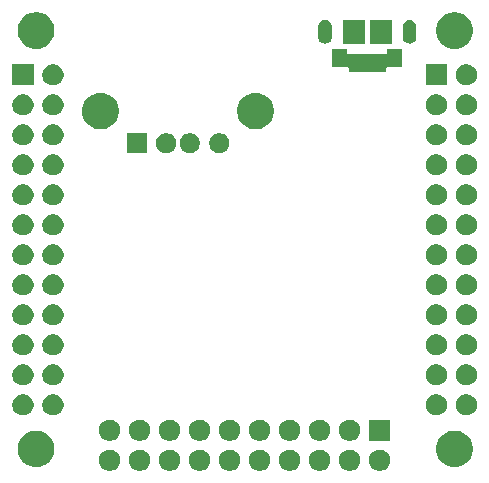
<source format=gbr>
G04 #@! TF.GenerationSoftware,KiCad,Pcbnew,5.1.5*
G04 #@! TF.CreationDate,2020-04-26T21:12:42+03:00*
G04 #@! TF.ProjectId,nanopicore_debug,6e616e6f-7069-4636-9f72-655f64656275,rev?*
G04 #@! TF.SameCoordinates,Original*
G04 #@! TF.FileFunction,Soldermask,Bot*
G04 #@! TF.FilePolarity,Negative*
%FSLAX46Y46*%
G04 Gerber Fmt 4.6, Leading zero omitted, Abs format (unit mm)*
G04 Created by KiCad (PCBNEW 5.1.5) date 2020-04-26 21:12:42*
%MOMM*%
%LPD*%
G04 APERTURE LIST*
%ADD10C,0.100000*%
G04 APERTURE END LIST*
D10*
G36*
X80123512Y-80383927D02*
G01*
X80272812Y-80413624D01*
X80436784Y-80481544D01*
X80584354Y-80580147D01*
X80709853Y-80705646D01*
X80808456Y-80853216D01*
X80876376Y-81017188D01*
X80911000Y-81191259D01*
X80911000Y-81368741D01*
X80876376Y-81542812D01*
X80808456Y-81706784D01*
X80709853Y-81854354D01*
X80584354Y-81979853D01*
X80436784Y-82078456D01*
X80272812Y-82146376D01*
X80123512Y-82176073D01*
X80098742Y-82181000D01*
X79921258Y-82181000D01*
X79896488Y-82176073D01*
X79747188Y-82146376D01*
X79583216Y-82078456D01*
X79435646Y-81979853D01*
X79310147Y-81854354D01*
X79211544Y-81706784D01*
X79143624Y-81542812D01*
X79109000Y-81368741D01*
X79109000Y-81191259D01*
X79143624Y-81017188D01*
X79211544Y-80853216D01*
X79310147Y-80705646D01*
X79435646Y-80580147D01*
X79583216Y-80481544D01*
X79747188Y-80413624D01*
X79896488Y-80383927D01*
X79921258Y-80379000D01*
X80098742Y-80379000D01*
X80123512Y-80383927D01*
G37*
G36*
X97903512Y-80383927D02*
G01*
X98052812Y-80413624D01*
X98216784Y-80481544D01*
X98364354Y-80580147D01*
X98489853Y-80705646D01*
X98588456Y-80853216D01*
X98656376Y-81017188D01*
X98691000Y-81191259D01*
X98691000Y-81368741D01*
X98656376Y-81542812D01*
X98588456Y-81706784D01*
X98489853Y-81854354D01*
X98364354Y-81979853D01*
X98216784Y-82078456D01*
X98052812Y-82146376D01*
X97903512Y-82176073D01*
X97878742Y-82181000D01*
X97701258Y-82181000D01*
X97676488Y-82176073D01*
X97527188Y-82146376D01*
X97363216Y-82078456D01*
X97215646Y-81979853D01*
X97090147Y-81854354D01*
X96991544Y-81706784D01*
X96923624Y-81542812D01*
X96889000Y-81368741D01*
X96889000Y-81191259D01*
X96923624Y-81017188D01*
X96991544Y-80853216D01*
X97090147Y-80705646D01*
X97215646Y-80580147D01*
X97363216Y-80481544D01*
X97527188Y-80413624D01*
X97676488Y-80383927D01*
X97701258Y-80379000D01*
X97878742Y-80379000D01*
X97903512Y-80383927D01*
G37*
G36*
X95363512Y-80383927D02*
G01*
X95512812Y-80413624D01*
X95676784Y-80481544D01*
X95824354Y-80580147D01*
X95949853Y-80705646D01*
X96048456Y-80853216D01*
X96116376Y-81017188D01*
X96151000Y-81191259D01*
X96151000Y-81368741D01*
X96116376Y-81542812D01*
X96048456Y-81706784D01*
X95949853Y-81854354D01*
X95824354Y-81979853D01*
X95676784Y-82078456D01*
X95512812Y-82146376D01*
X95363512Y-82176073D01*
X95338742Y-82181000D01*
X95161258Y-82181000D01*
X95136488Y-82176073D01*
X94987188Y-82146376D01*
X94823216Y-82078456D01*
X94675646Y-81979853D01*
X94550147Y-81854354D01*
X94451544Y-81706784D01*
X94383624Y-81542812D01*
X94349000Y-81368741D01*
X94349000Y-81191259D01*
X94383624Y-81017188D01*
X94451544Y-80853216D01*
X94550147Y-80705646D01*
X94675646Y-80580147D01*
X94823216Y-80481544D01*
X94987188Y-80413624D01*
X95136488Y-80383927D01*
X95161258Y-80379000D01*
X95338742Y-80379000D01*
X95363512Y-80383927D01*
G37*
G36*
X92823512Y-80383927D02*
G01*
X92972812Y-80413624D01*
X93136784Y-80481544D01*
X93284354Y-80580147D01*
X93409853Y-80705646D01*
X93508456Y-80853216D01*
X93576376Y-81017188D01*
X93611000Y-81191259D01*
X93611000Y-81368741D01*
X93576376Y-81542812D01*
X93508456Y-81706784D01*
X93409853Y-81854354D01*
X93284354Y-81979853D01*
X93136784Y-82078456D01*
X92972812Y-82146376D01*
X92823512Y-82176073D01*
X92798742Y-82181000D01*
X92621258Y-82181000D01*
X92596488Y-82176073D01*
X92447188Y-82146376D01*
X92283216Y-82078456D01*
X92135646Y-81979853D01*
X92010147Y-81854354D01*
X91911544Y-81706784D01*
X91843624Y-81542812D01*
X91809000Y-81368741D01*
X91809000Y-81191259D01*
X91843624Y-81017188D01*
X91911544Y-80853216D01*
X92010147Y-80705646D01*
X92135646Y-80580147D01*
X92283216Y-80481544D01*
X92447188Y-80413624D01*
X92596488Y-80383927D01*
X92621258Y-80379000D01*
X92798742Y-80379000D01*
X92823512Y-80383927D01*
G37*
G36*
X100443512Y-80383927D02*
G01*
X100592812Y-80413624D01*
X100756784Y-80481544D01*
X100904354Y-80580147D01*
X101029853Y-80705646D01*
X101128456Y-80853216D01*
X101196376Y-81017188D01*
X101231000Y-81191259D01*
X101231000Y-81368741D01*
X101196376Y-81542812D01*
X101128456Y-81706784D01*
X101029853Y-81854354D01*
X100904354Y-81979853D01*
X100756784Y-82078456D01*
X100592812Y-82146376D01*
X100443512Y-82176073D01*
X100418742Y-82181000D01*
X100241258Y-82181000D01*
X100216488Y-82176073D01*
X100067188Y-82146376D01*
X99903216Y-82078456D01*
X99755646Y-81979853D01*
X99630147Y-81854354D01*
X99531544Y-81706784D01*
X99463624Y-81542812D01*
X99429000Y-81368741D01*
X99429000Y-81191259D01*
X99463624Y-81017188D01*
X99531544Y-80853216D01*
X99630147Y-80705646D01*
X99755646Y-80580147D01*
X99903216Y-80481544D01*
X100067188Y-80413624D01*
X100216488Y-80383927D01*
X100241258Y-80379000D01*
X100418742Y-80379000D01*
X100443512Y-80383927D01*
G37*
G36*
X90283512Y-80383927D02*
G01*
X90432812Y-80413624D01*
X90596784Y-80481544D01*
X90744354Y-80580147D01*
X90869853Y-80705646D01*
X90968456Y-80853216D01*
X91036376Y-81017188D01*
X91071000Y-81191259D01*
X91071000Y-81368741D01*
X91036376Y-81542812D01*
X90968456Y-81706784D01*
X90869853Y-81854354D01*
X90744354Y-81979853D01*
X90596784Y-82078456D01*
X90432812Y-82146376D01*
X90283512Y-82176073D01*
X90258742Y-82181000D01*
X90081258Y-82181000D01*
X90056488Y-82176073D01*
X89907188Y-82146376D01*
X89743216Y-82078456D01*
X89595646Y-81979853D01*
X89470147Y-81854354D01*
X89371544Y-81706784D01*
X89303624Y-81542812D01*
X89269000Y-81368741D01*
X89269000Y-81191259D01*
X89303624Y-81017188D01*
X89371544Y-80853216D01*
X89470147Y-80705646D01*
X89595646Y-80580147D01*
X89743216Y-80481544D01*
X89907188Y-80413624D01*
X90056488Y-80383927D01*
X90081258Y-80379000D01*
X90258742Y-80379000D01*
X90283512Y-80383927D01*
G37*
G36*
X87743512Y-80383927D02*
G01*
X87892812Y-80413624D01*
X88056784Y-80481544D01*
X88204354Y-80580147D01*
X88329853Y-80705646D01*
X88428456Y-80853216D01*
X88496376Y-81017188D01*
X88531000Y-81191259D01*
X88531000Y-81368741D01*
X88496376Y-81542812D01*
X88428456Y-81706784D01*
X88329853Y-81854354D01*
X88204354Y-81979853D01*
X88056784Y-82078456D01*
X87892812Y-82146376D01*
X87743512Y-82176073D01*
X87718742Y-82181000D01*
X87541258Y-82181000D01*
X87516488Y-82176073D01*
X87367188Y-82146376D01*
X87203216Y-82078456D01*
X87055646Y-81979853D01*
X86930147Y-81854354D01*
X86831544Y-81706784D01*
X86763624Y-81542812D01*
X86729000Y-81368741D01*
X86729000Y-81191259D01*
X86763624Y-81017188D01*
X86831544Y-80853216D01*
X86930147Y-80705646D01*
X87055646Y-80580147D01*
X87203216Y-80481544D01*
X87367188Y-80413624D01*
X87516488Y-80383927D01*
X87541258Y-80379000D01*
X87718742Y-80379000D01*
X87743512Y-80383927D01*
G37*
G36*
X85203512Y-80383927D02*
G01*
X85352812Y-80413624D01*
X85516784Y-80481544D01*
X85664354Y-80580147D01*
X85789853Y-80705646D01*
X85888456Y-80853216D01*
X85956376Y-81017188D01*
X85991000Y-81191259D01*
X85991000Y-81368741D01*
X85956376Y-81542812D01*
X85888456Y-81706784D01*
X85789853Y-81854354D01*
X85664354Y-81979853D01*
X85516784Y-82078456D01*
X85352812Y-82146376D01*
X85203512Y-82176073D01*
X85178742Y-82181000D01*
X85001258Y-82181000D01*
X84976488Y-82176073D01*
X84827188Y-82146376D01*
X84663216Y-82078456D01*
X84515646Y-81979853D01*
X84390147Y-81854354D01*
X84291544Y-81706784D01*
X84223624Y-81542812D01*
X84189000Y-81368741D01*
X84189000Y-81191259D01*
X84223624Y-81017188D01*
X84291544Y-80853216D01*
X84390147Y-80705646D01*
X84515646Y-80580147D01*
X84663216Y-80481544D01*
X84827188Y-80413624D01*
X84976488Y-80383927D01*
X85001258Y-80379000D01*
X85178742Y-80379000D01*
X85203512Y-80383927D01*
G37*
G36*
X82663512Y-80383927D02*
G01*
X82812812Y-80413624D01*
X82976784Y-80481544D01*
X83124354Y-80580147D01*
X83249853Y-80705646D01*
X83348456Y-80853216D01*
X83416376Y-81017188D01*
X83451000Y-81191259D01*
X83451000Y-81368741D01*
X83416376Y-81542812D01*
X83348456Y-81706784D01*
X83249853Y-81854354D01*
X83124354Y-81979853D01*
X82976784Y-82078456D01*
X82812812Y-82146376D01*
X82663512Y-82176073D01*
X82638742Y-82181000D01*
X82461258Y-82181000D01*
X82436488Y-82176073D01*
X82287188Y-82146376D01*
X82123216Y-82078456D01*
X81975646Y-81979853D01*
X81850147Y-81854354D01*
X81751544Y-81706784D01*
X81683624Y-81542812D01*
X81649000Y-81368741D01*
X81649000Y-81191259D01*
X81683624Y-81017188D01*
X81751544Y-80853216D01*
X81850147Y-80705646D01*
X81975646Y-80580147D01*
X82123216Y-80481544D01*
X82287188Y-80413624D01*
X82436488Y-80383927D01*
X82461258Y-80379000D01*
X82638742Y-80379000D01*
X82663512Y-80383927D01*
G37*
G36*
X77583512Y-80383927D02*
G01*
X77732812Y-80413624D01*
X77896784Y-80481544D01*
X78044354Y-80580147D01*
X78169853Y-80705646D01*
X78268456Y-80853216D01*
X78336376Y-81017188D01*
X78371000Y-81191259D01*
X78371000Y-81368741D01*
X78336376Y-81542812D01*
X78268456Y-81706784D01*
X78169853Y-81854354D01*
X78044354Y-81979853D01*
X77896784Y-82078456D01*
X77732812Y-82146376D01*
X77583512Y-82176073D01*
X77558742Y-82181000D01*
X77381258Y-82181000D01*
X77356488Y-82176073D01*
X77207188Y-82146376D01*
X77043216Y-82078456D01*
X76895646Y-81979853D01*
X76770147Y-81854354D01*
X76671544Y-81706784D01*
X76603624Y-81542812D01*
X76569000Y-81368741D01*
X76569000Y-81191259D01*
X76603624Y-81017188D01*
X76671544Y-80853216D01*
X76770147Y-80705646D01*
X76895646Y-80580147D01*
X77043216Y-80481544D01*
X77207188Y-80413624D01*
X77356488Y-80383927D01*
X77381258Y-80379000D01*
X77558742Y-80379000D01*
X77583512Y-80383927D01*
G37*
G36*
X106957185Y-78793602D02*
G01*
X107107010Y-78823404D01*
X107389274Y-78940321D01*
X107643305Y-79110059D01*
X107859341Y-79326095D01*
X108029079Y-79580126D01*
X108145996Y-79862390D01*
X108145996Y-79862391D01*
X108205600Y-80162039D01*
X108205600Y-80467561D01*
X108183205Y-80580147D01*
X108145996Y-80767210D01*
X108029079Y-81049474D01*
X107859341Y-81303505D01*
X107643305Y-81519541D01*
X107389274Y-81689279D01*
X107107010Y-81806196D01*
X106957185Y-81835998D01*
X106807361Y-81865800D01*
X106501839Y-81865800D01*
X106352015Y-81835998D01*
X106202190Y-81806196D01*
X105919926Y-81689279D01*
X105665895Y-81519541D01*
X105449859Y-81303505D01*
X105280121Y-81049474D01*
X105163204Y-80767210D01*
X105125995Y-80580147D01*
X105103600Y-80467561D01*
X105103600Y-80162039D01*
X105163204Y-79862391D01*
X105163204Y-79862390D01*
X105280121Y-79580126D01*
X105449859Y-79326095D01*
X105665895Y-79110059D01*
X105919926Y-78940321D01*
X106202190Y-78823404D01*
X106352015Y-78793602D01*
X106501839Y-78763800D01*
X106807361Y-78763800D01*
X106957185Y-78793602D01*
G37*
G36*
X71549585Y-78793602D02*
G01*
X71699410Y-78823404D01*
X71981674Y-78940321D01*
X72235705Y-79110059D01*
X72451741Y-79326095D01*
X72621479Y-79580126D01*
X72738396Y-79862390D01*
X72738396Y-79862391D01*
X72798000Y-80162039D01*
X72798000Y-80467561D01*
X72775605Y-80580147D01*
X72738396Y-80767210D01*
X72621479Y-81049474D01*
X72451741Y-81303505D01*
X72235705Y-81519541D01*
X71981674Y-81689279D01*
X71699410Y-81806196D01*
X71549585Y-81835998D01*
X71399761Y-81865800D01*
X71094239Y-81865800D01*
X70944415Y-81835998D01*
X70794590Y-81806196D01*
X70512326Y-81689279D01*
X70258295Y-81519541D01*
X70042259Y-81303505D01*
X69872521Y-81049474D01*
X69755604Y-80767210D01*
X69718395Y-80580147D01*
X69696000Y-80467561D01*
X69696000Y-80162039D01*
X69755604Y-79862391D01*
X69755604Y-79862390D01*
X69872521Y-79580126D01*
X70042259Y-79326095D01*
X70258295Y-79110059D01*
X70512326Y-78940321D01*
X70794590Y-78823404D01*
X70944415Y-78793602D01*
X71094239Y-78763800D01*
X71399761Y-78763800D01*
X71549585Y-78793602D01*
G37*
G36*
X80123512Y-77843927D02*
G01*
X80272812Y-77873624D01*
X80436784Y-77941544D01*
X80584354Y-78040147D01*
X80709853Y-78165646D01*
X80808456Y-78313216D01*
X80876376Y-78477188D01*
X80911000Y-78651259D01*
X80911000Y-78828741D01*
X80876376Y-79002812D01*
X80808456Y-79166784D01*
X80709853Y-79314354D01*
X80584354Y-79439853D01*
X80436784Y-79538456D01*
X80272812Y-79606376D01*
X80123512Y-79636073D01*
X80098742Y-79641000D01*
X79921258Y-79641000D01*
X79896488Y-79636073D01*
X79747188Y-79606376D01*
X79583216Y-79538456D01*
X79435646Y-79439853D01*
X79310147Y-79314354D01*
X79211544Y-79166784D01*
X79143624Y-79002812D01*
X79109000Y-78828741D01*
X79109000Y-78651259D01*
X79143624Y-78477188D01*
X79211544Y-78313216D01*
X79310147Y-78165646D01*
X79435646Y-78040147D01*
X79583216Y-77941544D01*
X79747188Y-77873624D01*
X79896488Y-77843927D01*
X79921258Y-77839000D01*
X80098742Y-77839000D01*
X80123512Y-77843927D01*
G37*
G36*
X87743512Y-77843927D02*
G01*
X87892812Y-77873624D01*
X88056784Y-77941544D01*
X88204354Y-78040147D01*
X88329853Y-78165646D01*
X88428456Y-78313216D01*
X88496376Y-78477188D01*
X88531000Y-78651259D01*
X88531000Y-78828741D01*
X88496376Y-79002812D01*
X88428456Y-79166784D01*
X88329853Y-79314354D01*
X88204354Y-79439853D01*
X88056784Y-79538456D01*
X87892812Y-79606376D01*
X87743512Y-79636073D01*
X87718742Y-79641000D01*
X87541258Y-79641000D01*
X87516488Y-79636073D01*
X87367188Y-79606376D01*
X87203216Y-79538456D01*
X87055646Y-79439853D01*
X86930147Y-79314354D01*
X86831544Y-79166784D01*
X86763624Y-79002812D01*
X86729000Y-78828741D01*
X86729000Y-78651259D01*
X86763624Y-78477188D01*
X86831544Y-78313216D01*
X86930147Y-78165646D01*
X87055646Y-78040147D01*
X87203216Y-77941544D01*
X87367188Y-77873624D01*
X87516488Y-77843927D01*
X87541258Y-77839000D01*
X87718742Y-77839000D01*
X87743512Y-77843927D01*
G37*
G36*
X90283512Y-77843927D02*
G01*
X90432812Y-77873624D01*
X90596784Y-77941544D01*
X90744354Y-78040147D01*
X90869853Y-78165646D01*
X90968456Y-78313216D01*
X91036376Y-78477188D01*
X91071000Y-78651259D01*
X91071000Y-78828741D01*
X91036376Y-79002812D01*
X90968456Y-79166784D01*
X90869853Y-79314354D01*
X90744354Y-79439853D01*
X90596784Y-79538456D01*
X90432812Y-79606376D01*
X90283512Y-79636073D01*
X90258742Y-79641000D01*
X90081258Y-79641000D01*
X90056488Y-79636073D01*
X89907188Y-79606376D01*
X89743216Y-79538456D01*
X89595646Y-79439853D01*
X89470147Y-79314354D01*
X89371544Y-79166784D01*
X89303624Y-79002812D01*
X89269000Y-78828741D01*
X89269000Y-78651259D01*
X89303624Y-78477188D01*
X89371544Y-78313216D01*
X89470147Y-78165646D01*
X89595646Y-78040147D01*
X89743216Y-77941544D01*
X89907188Y-77873624D01*
X90056488Y-77843927D01*
X90081258Y-77839000D01*
X90258742Y-77839000D01*
X90283512Y-77843927D01*
G37*
G36*
X92823512Y-77843927D02*
G01*
X92972812Y-77873624D01*
X93136784Y-77941544D01*
X93284354Y-78040147D01*
X93409853Y-78165646D01*
X93508456Y-78313216D01*
X93576376Y-78477188D01*
X93611000Y-78651259D01*
X93611000Y-78828741D01*
X93576376Y-79002812D01*
X93508456Y-79166784D01*
X93409853Y-79314354D01*
X93284354Y-79439853D01*
X93136784Y-79538456D01*
X92972812Y-79606376D01*
X92823512Y-79636073D01*
X92798742Y-79641000D01*
X92621258Y-79641000D01*
X92596488Y-79636073D01*
X92447188Y-79606376D01*
X92283216Y-79538456D01*
X92135646Y-79439853D01*
X92010147Y-79314354D01*
X91911544Y-79166784D01*
X91843624Y-79002812D01*
X91809000Y-78828741D01*
X91809000Y-78651259D01*
X91843624Y-78477188D01*
X91911544Y-78313216D01*
X92010147Y-78165646D01*
X92135646Y-78040147D01*
X92283216Y-77941544D01*
X92447188Y-77873624D01*
X92596488Y-77843927D01*
X92621258Y-77839000D01*
X92798742Y-77839000D01*
X92823512Y-77843927D01*
G37*
G36*
X95363512Y-77843927D02*
G01*
X95512812Y-77873624D01*
X95676784Y-77941544D01*
X95824354Y-78040147D01*
X95949853Y-78165646D01*
X96048456Y-78313216D01*
X96116376Y-78477188D01*
X96151000Y-78651259D01*
X96151000Y-78828741D01*
X96116376Y-79002812D01*
X96048456Y-79166784D01*
X95949853Y-79314354D01*
X95824354Y-79439853D01*
X95676784Y-79538456D01*
X95512812Y-79606376D01*
X95363512Y-79636073D01*
X95338742Y-79641000D01*
X95161258Y-79641000D01*
X95136488Y-79636073D01*
X94987188Y-79606376D01*
X94823216Y-79538456D01*
X94675646Y-79439853D01*
X94550147Y-79314354D01*
X94451544Y-79166784D01*
X94383624Y-79002812D01*
X94349000Y-78828741D01*
X94349000Y-78651259D01*
X94383624Y-78477188D01*
X94451544Y-78313216D01*
X94550147Y-78165646D01*
X94675646Y-78040147D01*
X94823216Y-77941544D01*
X94987188Y-77873624D01*
X95136488Y-77843927D01*
X95161258Y-77839000D01*
X95338742Y-77839000D01*
X95363512Y-77843927D01*
G37*
G36*
X97903512Y-77843927D02*
G01*
X98052812Y-77873624D01*
X98216784Y-77941544D01*
X98364354Y-78040147D01*
X98489853Y-78165646D01*
X98588456Y-78313216D01*
X98656376Y-78477188D01*
X98691000Y-78651259D01*
X98691000Y-78828741D01*
X98656376Y-79002812D01*
X98588456Y-79166784D01*
X98489853Y-79314354D01*
X98364354Y-79439853D01*
X98216784Y-79538456D01*
X98052812Y-79606376D01*
X97903512Y-79636073D01*
X97878742Y-79641000D01*
X97701258Y-79641000D01*
X97676488Y-79636073D01*
X97527188Y-79606376D01*
X97363216Y-79538456D01*
X97215646Y-79439853D01*
X97090147Y-79314354D01*
X96991544Y-79166784D01*
X96923624Y-79002812D01*
X96889000Y-78828741D01*
X96889000Y-78651259D01*
X96923624Y-78477188D01*
X96991544Y-78313216D01*
X97090147Y-78165646D01*
X97215646Y-78040147D01*
X97363216Y-77941544D01*
X97527188Y-77873624D01*
X97676488Y-77843927D01*
X97701258Y-77839000D01*
X97878742Y-77839000D01*
X97903512Y-77843927D01*
G37*
G36*
X77583512Y-77843927D02*
G01*
X77732812Y-77873624D01*
X77896784Y-77941544D01*
X78044354Y-78040147D01*
X78169853Y-78165646D01*
X78268456Y-78313216D01*
X78336376Y-78477188D01*
X78371000Y-78651259D01*
X78371000Y-78828741D01*
X78336376Y-79002812D01*
X78268456Y-79166784D01*
X78169853Y-79314354D01*
X78044354Y-79439853D01*
X77896784Y-79538456D01*
X77732812Y-79606376D01*
X77583512Y-79636073D01*
X77558742Y-79641000D01*
X77381258Y-79641000D01*
X77356488Y-79636073D01*
X77207188Y-79606376D01*
X77043216Y-79538456D01*
X76895646Y-79439853D01*
X76770147Y-79314354D01*
X76671544Y-79166784D01*
X76603624Y-79002812D01*
X76569000Y-78828741D01*
X76569000Y-78651259D01*
X76603624Y-78477188D01*
X76671544Y-78313216D01*
X76770147Y-78165646D01*
X76895646Y-78040147D01*
X77043216Y-77941544D01*
X77207188Y-77873624D01*
X77356488Y-77843927D01*
X77381258Y-77839000D01*
X77558742Y-77839000D01*
X77583512Y-77843927D01*
G37*
G36*
X85203512Y-77843927D02*
G01*
X85352812Y-77873624D01*
X85516784Y-77941544D01*
X85664354Y-78040147D01*
X85789853Y-78165646D01*
X85888456Y-78313216D01*
X85956376Y-78477188D01*
X85991000Y-78651259D01*
X85991000Y-78828741D01*
X85956376Y-79002812D01*
X85888456Y-79166784D01*
X85789853Y-79314354D01*
X85664354Y-79439853D01*
X85516784Y-79538456D01*
X85352812Y-79606376D01*
X85203512Y-79636073D01*
X85178742Y-79641000D01*
X85001258Y-79641000D01*
X84976488Y-79636073D01*
X84827188Y-79606376D01*
X84663216Y-79538456D01*
X84515646Y-79439853D01*
X84390147Y-79314354D01*
X84291544Y-79166784D01*
X84223624Y-79002812D01*
X84189000Y-78828741D01*
X84189000Y-78651259D01*
X84223624Y-78477188D01*
X84291544Y-78313216D01*
X84390147Y-78165646D01*
X84515646Y-78040147D01*
X84663216Y-77941544D01*
X84827188Y-77873624D01*
X84976488Y-77843927D01*
X85001258Y-77839000D01*
X85178742Y-77839000D01*
X85203512Y-77843927D01*
G37*
G36*
X82663512Y-77843927D02*
G01*
X82812812Y-77873624D01*
X82976784Y-77941544D01*
X83124354Y-78040147D01*
X83249853Y-78165646D01*
X83348456Y-78313216D01*
X83416376Y-78477188D01*
X83451000Y-78651259D01*
X83451000Y-78828741D01*
X83416376Y-79002812D01*
X83348456Y-79166784D01*
X83249853Y-79314354D01*
X83124354Y-79439853D01*
X82976784Y-79538456D01*
X82812812Y-79606376D01*
X82663512Y-79636073D01*
X82638742Y-79641000D01*
X82461258Y-79641000D01*
X82436488Y-79636073D01*
X82287188Y-79606376D01*
X82123216Y-79538456D01*
X81975646Y-79439853D01*
X81850147Y-79314354D01*
X81751544Y-79166784D01*
X81683624Y-79002812D01*
X81649000Y-78828741D01*
X81649000Y-78651259D01*
X81683624Y-78477188D01*
X81751544Y-78313216D01*
X81850147Y-78165646D01*
X81975646Y-78040147D01*
X82123216Y-77941544D01*
X82287188Y-77873624D01*
X82436488Y-77843927D01*
X82461258Y-77839000D01*
X82638742Y-77839000D01*
X82663512Y-77843927D01*
G37*
G36*
X101231000Y-79641000D02*
G01*
X99429000Y-79641000D01*
X99429000Y-77839000D01*
X101231000Y-77839000D01*
X101231000Y-79641000D01*
G37*
G36*
X107784112Y-75684927D02*
G01*
X107933412Y-75714624D01*
X108097384Y-75782544D01*
X108244954Y-75881147D01*
X108370453Y-76006646D01*
X108469056Y-76154216D01*
X108536976Y-76318188D01*
X108571600Y-76492259D01*
X108571600Y-76669741D01*
X108536976Y-76843812D01*
X108469056Y-77007784D01*
X108370453Y-77155354D01*
X108244954Y-77280853D01*
X108097384Y-77379456D01*
X107933412Y-77447376D01*
X107784112Y-77477073D01*
X107759342Y-77482000D01*
X107581858Y-77482000D01*
X107557088Y-77477073D01*
X107407788Y-77447376D01*
X107243816Y-77379456D01*
X107096246Y-77280853D01*
X106970747Y-77155354D01*
X106872144Y-77007784D01*
X106804224Y-76843812D01*
X106769600Y-76669741D01*
X106769600Y-76492259D01*
X106804224Y-76318188D01*
X106872144Y-76154216D01*
X106970747Y-76006646D01*
X107096246Y-75881147D01*
X107243816Y-75782544D01*
X107407788Y-75714624D01*
X107557088Y-75684927D01*
X107581858Y-75680000D01*
X107759342Y-75680000D01*
X107784112Y-75684927D01*
G37*
G36*
X72782912Y-75684927D02*
G01*
X72932212Y-75714624D01*
X73096184Y-75782544D01*
X73243754Y-75881147D01*
X73369253Y-76006646D01*
X73467856Y-76154216D01*
X73535776Y-76318188D01*
X73570400Y-76492259D01*
X73570400Y-76669741D01*
X73535776Y-76843812D01*
X73467856Y-77007784D01*
X73369253Y-77155354D01*
X73243754Y-77280853D01*
X73096184Y-77379456D01*
X72932212Y-77447376D01*
X72782912Y-77477073D01*
X72758142Y-77482000D01*
X72580658Y-77482000D01*
X72555888Y-77477073D01*
X72406588Y-77447376D01*
X72242616Y-77379456D01*
X72095046Y-77280853D01*
X71969547Y-77155354D01*
X71870944Y-77007784D01*
X71803024Y-76843812D01*
X71768400Y-76669741D01*
X71768400Y-76492259D01*
X71803024Y-76318188D01*
X71870944Y-76154216D01*
X71969547Y-76006646D01*
X72095046Y-75881147D01*
X72242616Y-75782544D01*
X72406588Y-75714624D01*
X72555888Y-75684927D01*
X72580658Y-75680000D01*
X72758142Y-75680000D01*
X72782912Y-75684927D01*
G37*
G36*
X70242912Y-75684927D02*
G01*
X70392212Y-75714624D01*
X70556184Y-75782544D01*
X70703754Y-75881147D01*
X70829253Y-76006646D01*
X70927856Y-76154216D01*
X70995776Y-76318188D01*
X71030400Y-76492259D01*
X71030400Y-76669741D01*
X70995776Y-76843812D01*
X70927856Y-77007784D01*
X70829253Y-77155354D01*
X70703754Y-77280853D01*
X70556184Y-77379456D01*
X70392212Y-77447376D01*
X70242912Y-77477073D01*
X70218142Y-77482000D01*
X70040658Y-77482000D01*
X70015888Y-77477073D01*
X69866588Y-77447376D01*
X69702616Y-77379456D01*
X69555046Y-77280853D01*
X69429547Y-77155354D01*
X69330944Y-77007784D01*
X69263024Y-76843812D01*
X69228400Y-76669741D01*
X69228400Y-76492259D01*
X69263024Y-76318188D01*
X69330944Y-76154216D01*
X69429547Y-76006646D01*
X69555046Y-75881147D01*
X69702616Y-75782544D01*
X69866588Y-75714624D01*
X70015888Y-75684927D01*
X70040658Y-75680000D01*
X70218142Y-75680000D01*
X70242912Y-75684927D01*
G37*
G36*
X105244112Y-75684927D02*
G01*
X105393412Y-75714624D01*
X105557384Y-75782544D01*
X105704954Y-75881147D01*
X105830453Y-76006646D01*
X105929056Y-76154216D01*
X105996976Y-76318188D01*
X106031600Y-76492259D01*
X106031600Y-76669741D01*
X105996976Y-76843812D01*
X105929056Y-77007784D01*
X105830453Y-77155354D01*
X105704954Y-77280853D01*
X105557384Y-77379456D01*
X105393412Y-77447376D01*
X105244112Y-77477073D01*
X105219342Y-77482000D01*
X105041858Y-77482000D01*
X105017088Y-77477073D01*
X104867788Y-77447376D01*
X104703816Y-77379456D01*
X104556246Y-77280853D01*
X104430747Y-77155354D01*
X104332144Y-77007784D01*
X104264224Y-76843812D01*
X104229600Y-76669741D01*
X104229600Y-76492259D01*
X104264224Y-76318188D01*
X104332144Y-76154216D01*
X104430747Y-76006646D01*
X104556246Y-75881147D01*
X104703816Y-75782544D01*
X104867788Y-75714624D01*
X105017088Y-75684927D01*
X105041858Y-75680000D01*
X105219342Y-75680000D01*
X105244112Y-75684927D01*
G37*
G36*
X70242912Y-73144927D02*
G01*
X70392212Y-73174624D01*
X70556184Y-73242544D01*
X70703754Y-73341147D01*
X70829253Y-73466646D01*
X70927856Y-73614216D01*
X70995776Y-73778188D01*
X71030400Y-73952259D01*
X71030400Y-74129741D01*
X70995776Y-74303812D01*
X70927856Y-74467784D01*
X70829253Y-74615354D01*
X70703754Y-74740853D01*
X70556184Y-74839456D01*
X70392212Y-74907376D01*
X70242912Y-74937073D01*
X70218142Y-74942000D01*
X70040658Y-74942000D01*
X70015888Y-74937073D01*
X69866588Y-74907376D01*
X69702616Y-74839456D01*
X69555046Y-74740853D01*
X69429547Y-74615354D01*
X69330944Y-74467784D01*
X69263024Y-74303812D01*
X69228400Y-74129741D01*
X69228400Y-73952259D01*
X69263024Y-73778188D01*
X69330944Y-73614216D01*
X69429547Y-73466646D01*
X69555046Y-73341147D01*
X69702616Y-73242544D01*
X69866588Y-73174624D01*
X70015888Y-73144927D01*
X70040658Y-73140000D01*
X70218142Y-73140000D01*
X70242912Y-73144927D01*
G37*
G36*
X72782912Y-73144927D02*
G01*
X72932212Y-73174624D01*
X73096184Y-73242544D01*
X73243754Y-73341147D01*
X73369253Y-73466646D01*
X73467856Y-73614216D01*
X73535776Y-73778188D01*
X73570400Y-73952259D01*
X73570400Y-74129741D01*
X73535776Y-74303812D01*
X73467856Y-74467784D01*
X73369253Y-74615354D01*
X73243754Y-74740853D01*
X73096184Y-74839456D01*
X72932212Y-74907376D01*
X72782912Y-74937073D01*
X72758142Y-74942000D01*
X72580658Y-74942000D01*
X72555888Y-74937073D01*
X72406588Y-74907376D01*
X72242616Y-74839456D01*
X72095046Y-74740853D01*
X71969547Y-74615354D01*
X71870944Y-74467784D01*
X71803024Y-74303812D01*
X71768400Y-74129741D01*
X71768400Y-73952259D01*
X71803024Y-73778188D01*
X71870944Y-73614216D01*
X71969547Y-73466646D01*
X72095046Y-73341147D01*
X72242616Y-73242544D01*
X72406588Y-73174624D01*
X72555888Y-73144927D01*
X72580658Y-73140000D01*
X72758142Y-73140000D01*
X72782912Y-73144927D01*
G37*
G36*
X107784112Y-73144927D02*
G01*
X107933412Y-73174624D01*
X108097384Y-73242544D01*
X108244954Y-73341147D01*
X108370453Y-73466646D01*
X108469056Y-73614216D01*
X108536976Y-73778188D01*
X108571600Y-73952259D01*
X108571600Y-74129741D01*
X108536976Y-74303812D01*
X108469056Y-74467784D01*
X108370453Y-74615354D01*
X108244954Y-74740853D01*
X108097384Y-74839456D01*
X107933412Y-74907376D01*
X107784112Y-74937073D01*
X107759342Y-74942000D01*
X107581858Y-74942000D01*
X107557088Y-74937073D01*
X107407788Y-74907376D01*
X107243816Y-74839456D01*
X107096246Y-74740853D01*
X106970747Y-74615354D01*
X106872144Y-74467784D01*
X106804224Y-74303812D01*
X106769600Y-74129741D01*
X106769600Y-73952259D01*
X106804224Y-73778188D01*
X106872144Y-73614216D01*
X106970747Y-73466646D01*
X107096246Y-73341147D01*
X107243816Y-73242544D01*
X107407788Y-73174624D01*
X107557088Y-73144927D01*
X107581858Y-73140000D01*
X107759342Y-73140000D01*
X107784112Y-73144927D01*
G37*
G36*
X105244112Y-73144927D02*
G01*
X105393412Y-73174624D01*
X105557384Y-73242544D01*
X105704954Y-73341147D01*
X105830453Y-73466646D01*
X105929056Y-73614216D01*
X105996976Y-73778188D01*
X106031600Y-73952259D01*
X106031600Y-74129741D01*
X105996976Y-74303812D01*
X105929056Y-74467784D01*
X105830453Y-74615354D01*
X105704954Y-74740853D01*
X105557384Y-74839456D01*
X105393412Y-74907376D01*
X105244112Y-74937073D01*
X105219342Y-74942000D01*
X105041858Y-74942000D01*
X105017088Y-74937073D01*
X104867788Y-74907376D01*
X104703816Y-74839456D01*
X104556246Y-74740853D01*
X104430747Y-74615354D01*
X104332144Y-74467784D01*
X104264224Y-74303812D01*
X104229600Y-74129741D01*
X104229600Y-73952259D01*
X104264224Y-73778188D01*
X104332144Y-73614216D01*
X104430747Y-73466646D01*
X104556246Y-73341147D01*
X104703816Y-73242544D01*
X104867788Y-73174624D01*
X105017088Y-73144927D01*
X105041858Y-73140000D01*
X105219342Y-73140000D01*
X105244112Y-73144927D01*
G37*
G36*
X70242912Y-70604927D02*
G01*
X70392212Y-70634624D01*
X70556184Y-70702544D01*
X70703754Y-70801147D01*
X70829253Y-70926646D01*
X70927856Y-71074216D01*
X70995776Y-71238188D01*
X71030400Y-71412259D01*
X71030400Y-71589741D01*
X70995776Y-71763812D01*
X70927856Y-71927784D01*
X70829253Y-72075354D01*
X70703754Y-72200853D01*
X70556184Y-72299456D01*
X70392212Y-72367376D01*
X70242912Y-72397073D01*
X70218142Y-72402000D01*
X70040658Y-72402000D01*
X70015888Y-72397073D01*
X69866588Y-72367376D01*
X69702616Y-72299456D01*
X69555046Y-72200853D01*
X69429547Y-72075354D01*
X69330944Y-71927784D01*
X69263024Y-71763812D01*
X69228400Y-71589741D01*
X69228400Y-71412259D01*
X69263024Y-71238188D01*
X69330944Y-71074216D01*
X69429547Y-70926646D01*
X69555046Y-70801147D01*
X69702616Y-70702544D01*
X69866588Y-70634624D01*
X70015888Y-70604927D01*
X70040658Y-70600000D01*
X70218142Y-70600000D01*
X70242912Y-70604927D01*
G37*
G36*
X107784112Y-70604927D02*
G01*
X107933412Y-70634624D01*
X108097384Y-70702544D01*
X108244954Y-70801147D01*
X108370453Y-70926646D01*
X108469056Y-71074216D01*
X108536976Y-71238188D01*
X108571600Y-71412259D01*
X108571600Y-71589741D01*
X108536976Y-71763812D01*
X108469056Y-71927784D01*
X108370453Y-72075354D01*
X108244954Y-72200853D01*
X108097384Y-72299456D01*
X107933412Y-72367376D01*
X107784112Y-72397073D01*
X107759342Y-72402000D01*
X107581858Y-72402000D01*
X107557088Y-72397073D01*
X107407788Y-72367376D01*
X107243816Y-72299456D01*
X107096246Y-72200853D01*
X106970747Y-72075354D01*
X106872144Y-71927784D01*
X106804224Y-71763812D01*
X106769600Y-71589741D01*
X106769600Y-71412259D01*
X106804224Y-71238188D01*
X106872144Y-71074216D01*
X106970747Y-70926646D01*
X107096246Y-70801147D01*
X107243816Y-70702544D01*
X107407788Y-70634624D01*
X107557088Y-70604927D01*
X107581858Y-70600000D01*
X107759342Y-70600000D01*
X107784112Y-70604927D01*
G37*
G36*
X105244112Y-70604927D02*
G01*
X105393412Y-70634624D01*
X105557384Y-70702544D01*
X105704954Y-70801147D01*
X105830453Y-70926646D01*
X105929056Y-71074216D01*
X105996976Y-71238188D01*
X106031600Y-71412259D01*
X106031600Y-71589741D01*
X105996976Y-71763812D01*
X105929056Y-71927784D01*
X105830453Y-72075354D01*
X105704954Y-72200853D01*
X105557384Y-72299456D01*
X105393412Y-72367376D01*
X105244112Y-72397073D01*
X105219342Y-72402000D01*
X105041858Y-72402000D01*
X105017088Y-72397073D01*
X104867788Y-72367376D01*
X104703816Y-72299456D01*
X104556246Y-72200853D01*
X104430747Y-72075354D01*
X104332144Y-71927784D01*
X104264224Y-71763812D01*
X104229600Y-71589741D01*
X104229600Y-71412259D01*
X104264224Y-71238188D01*
X104332144Y-71074216D01*
X104430747Y-70926646D01*
X104556246Y-70801147D01*
X104703816Y-70702544D01*
X104867788Y-70634624D01*
X105017088Y-70604927D01*
X105041858Y-70600000D01*
X105219342Y-70600000D01*
X105244112Y-70604927D01*
G37*
G36*
X72782912Y-70604927D02*
G01*
X72932212Y-70634624D01*
X73096184Y-70702544D01*
X73243754Y-70801147D01*
X73369253Y-70926646D01*
X73467856Y-71074216D01*
X73535776Y-71238188D01*
X73570400Y-71412259D01*
X73570400Y-71589741D01*
X73535776Y-71763812D01*
X73467856Y-71927784D01*
X73369253Y-72075354D01*
X73243754Y-72200853D01*
X73096184Y-72299456D01*
X72932212Y-72367376D01*
X72782912Y-72397073D01*
X72758142Y-72402000D01*
X72580658Y-72402000D01*
X72555888Y-72397073D01*
X72406588Y-72367376D01*
X72242616Y-72299456D01*
X72095046Y-72200853D01*
X71969547Y-72075354D01*
X71870944Y-71927784D01*
X71803024Y-71763812D01*
X71768400Y-71589741D01*
X71768400Y-71412259D01*
X71803024Y-71238188D01*
X71870944Y-71074216D01*
X71969547Y-70926646D01*
X72095046Y-70801147D01*
X72242616Y-70702544D01*
X72406588Y-70634624D01*
X72555888Y-70604927D01*
X72580658Y-70600000D01*
X72758142Y-70600000D01*
X72782912Y-70604927D01*
G37*
G36*
X70242912Y-68064927D02*
G01*
X70392212Y-68094624D01*
X70556184Y-68162544D01*
X70703754Y-68261147D01*
X70829253Y-68386646D01*
X70927856Y-68534216D01*
X70995776Y-68698188D01*
X71030400Y-68872259D01*
X71030400Y-69049741D01*
X70995776Y-69223812D01*
X70927856Y-69387784D01*
X70829253Y-69535354D01*
X70703754Y-69660853D01*
X70556184Y-69759456D01*
X70392212Y-69827376D01*
X70242912Y-69857073D01*
X70218142Y-69862000D01*
X70040658Y-69862000D01*
X70015888Y-69857073D01*
X69866588Y-69827376D01*
X69702616Y-69759456D01*
X69555046Y-69660853D01*
X69429547Y-69535354D01*
X69330944Y-69387784D01*
X69263024Y-69223812D01*
X69228400Y-69049741D01*
X69228400Y-68872259D01*
X69263024Y-68698188D01*
X69330944Y-68534216D01*
X69429547Y-68386646D01*
X69555046Y-68261147D01*
X69702616Y-68162544D01*
X69866588Y-68094624D01*
X70015888Y-68064927D01*
X70040658Y-68060000D01*
X70218142Y-68060000D01*
X70242912Y-68064927D01*
G37*
G36*
X107784112Y-68064927D02*
G01*
X107933412Y-68094624D01*
X108097384Y-68162544D01*
X108244954Y-68261147D01*
X108370453Y-68386646D01*
X108469056Y-68534216D01*
X108536976Y-68698188D01*
X108571600Y-68872259D01*
X108571600Y-69049741D01*
X108536976Y-69223812D01*
X108469056Y-69387784D01*
X108370453Y-69535354D01*
X108244954Y-69660853D01*
X108097384Y-69759456D01*
X107933412Y-69827376D01*
X107784112Y-69857073D01*
X107759342Y-69862000D01*
X107581858Y-69862000D01*
X107557088Y-69857073D01*
X107407788Y-69827376D01*
X107243816Y-69759456D01*
X107096246Y-69660853D01*
X106970747Y-69535354D01*
X106872144Y-69387784D01*
X106804224Y-69223812D01*
X106769600Y-69049741D01*
X106769600Y-68872259D01*
X106804224Y-68698188D01*
X106872144Y-68534216D01*
X106970747Y-68386646D01*
X107096246Y-68261147D01*
X107243816Y-68162544D01*
X107407788Y-68094624D01*
X107557088Y-68064927D01*
X107581858Y-68060000D01*
X107759342Y-68060000D01*
X107784112Y-68064927D01*
G37*
G36*
X105244112Y-68064927D02*
G01*
X105393412Y-68094624D01*
X105557384Y-68162544D01*
X105704954Y-68261147D01*
X105830453Y-68386646D01*
X105929056Y-68534216D01*
X105996976Y-68698188D01*
X106031600Y-68872259D01*
X106031600Y-69049741D01*
X105996976Y-69223812D01*
X105929056Y-69387784D01*
X105830453Y-69535354D01*
X105704954Y-69660853D01*
X105557384Y-69759456D01*
X105393412Y-69827376D01*
X105244112Y-69857073D01*
X105219342Y-69862000D01*
X105041858Y-69862000D01*
X105017088Y-69857073D01*
X104867788Y-69827376D01*
X104703816Y-69759456D01*
X104556246Y-69660853D01*
X104430747Y-69535354D01*
X104332144Y-69387784D01*
X104264224Y-69223812D01*
X104229600Y-69049741D01*
X104229600Y-68872259D01*
X104264224Y-68698188D01*
X104332144Y-68534216D01*
X104430747Y-68386646D01*
X104556246Y-68261147D01*
X104703816Y-68162544D01*
X104867788Y-68094624D01*
X105017088Y-68064927D01*
X105041858Y-68060000D01*
X105219342Y-68060000D01*
X105244112Y-68064927D01*
G37*
G36*
X72782912Y-68064927D02*
G01*
X72932212Y-68094624D01*
X73096184Y-68162544D01*
X73243754Y-68261147D01*
X73369253Y-68386646D01*
X73467856Y-68534216D01*
X73535776Y-68698188D01*
X73570400Y-68872259D01*
X73570400Y-69049741D01*
X73535776Y-69223812D01*
X73467856Y-69387784D01*
X73369253Y-69535354D01*
X73243754Y-69660853D01*
X73096184Y-69759456D01*
X72932212Y-69827376D01*
X72782912Y-69857073D01*
X72758142Y-69862000D01*
X72580658Y-69862000D01*
X72555888Y-69857073D01*
X72406588Y-69827376D01*
X72242616Y-69759456D01*
X72095046Y-69660853D01*
X71969547Y-69535354D01*
X71870944Y-69387784D01*
X71803024Y-69223812D01*
X71768400Y-69049741D01*
X71768400Y-68872259D01*
X71803024Y-68698188D01*
X71870944Y-68534216D01*
X71969547Y-68386646D01*
X72095046Y-68261147D01*
X72242616Y-68162544D01*
X72406588Y-68094624D01*
X72555888Y-68064927D01*
X72580658Y-68060000D01*
X72758142Y-68060000D01*
X72782912Y-68064927D01*
G37*
G36*
X72782912Y-65524927D02*
G01*
X72932212Y-65554624D01*
X73096184Y-65622544D01*
X73243754Y-65721147D01*
X73369253Y-65846646D01*
X73467856Y-65994216D01*
X73535776Y-66158188D01*
X73570400Y-66332259D01*
X73570400Y-66509741D01*
X73535776Y-66683812D01*
X73467856Y-66847784D01*
X73369253Y-66995354D01*
X73243754Y-67120853D01*
X73096184Y-67219456D01*
X72932212Y-67287376D01*
X72782912Y-67317073D01*
X72758142Y-67322000D01*
X72580658Y-67322000D01*
X72555888Y-67317073D01*
X72406588Y-67287376D01*
X72242616Y-67219456D01*
X72095046Y-67120853D01*
X71969547Y-66995354D01*
X71870944Y-66847784D01*
X71803024Y-66683812D01*
X71768400Y-66509741D01*
X71768400Y-66332259D01*
X71803024Y-66158188D01*
X71870944Y-65994216D01*
X71969547Y-65846646D01*
X72095046Y-65721147D01*
X72242616Y-65622544D01*
X72406588Y-65554624D01*
X72555888Y-65524927D01*
X72580658Y-65520000D01*
X72758142Y-65520000D01*
X72782912Y-65524927D01*
G37*
G36*
X107784112Y-65524927D02*
G01*
X107933412Y-65554624D01*
X108097384Y-65622544D01*
X108244954Y-65721147D01*
X108370453Y-65846646D01*
X108469056Y-65994216D01*
X108536976Y-66158188D01*
X108571600Y-66332259D01*
X108571600Y-66509741D01*
X108536976Y-66683812D01*
X108469056Y-66847784D01*
X108370453Y-66995354D01*
X108244954Y-67120853D01*
X108097384Y-67219456D01*
X107933412Y-67287376D01*
X107784112Y-67317073D01*
X107759342Y-67322000D01*
X107581858Y-67322000D01*
X107557088Y-67317073D01*
X107407788Y-67287376D01*
X107243816Y-67219456D01*
X107096246Y-67120853D01*
X106970747Y-66995354D01*
X106872144Y-66847784D01*
X106804224Y-66683812D01*
X106769600Y-66509741D01*
X106769600Y-66332259D01*
X106804224Y-66158188D01*
X106872144Y-65994216D01*
X106970747Y-65846646D01*
X107096246Y-65721147D01*
X107243816Y-65622544D01*
X107407788Y-65554624D01*
X107557088Y-65524927D01*
X107581858Y-65520000D01*
X107759342Y-65520000D01*
X107784112Y-65524927D01*
G37*
G36*
X105244112Y-65524927D02*
G01*
X105393412Y-65554624D01*
X105557384Y-65622544D01*
X105704954Y-65721147D01*
X105830453Y-65846646D01*
X105929056Y-65994216D01*
X105996976Y-66158188D01*
X106031600Y-66332259D01*
X106031600Y-66509741D01*
X105996976Y-66683812D01*
X105929056Y-66847784D01*
X105830453Y-66995354D01*
X105704954Y-67120853D01*
X105557384Y-67219456D01*
X105393412Y-67287376D01*
X105244112Y-67317073D01*
X105219342Y-67322000D01*
X105041858Y-67322000D01*
X105017088Y-67317073D01*
X104867788Y-67287376D01*
X104703816Y-67219456D01*
X104556246Y-67120853D01*
X104430747Y-66995354D01*
X104332144Y-66847784D01*
X104264224Y-66683812D01*
X104229600Y-66509741D01*
X104229600Y-66332259D01*
X104264224Y-66158188D01*
X104332144Y-65994216D01*
X104430747Y-65846646D01*
X104556246Y-65721147D01*
X104703816Y-65622544D01*
X104867788Y-65554624D01*
X105017088Y-65524927D01*
X105041858Y-65520000D01*
X105219342Y-65520000D01*
X105244112Y-65524927D01*
G37*
G36*
X70242912Y-65524927D02*
G01*
X70392212Y-65554624D01*
X70556184Y-65622544D01*
X70703754Y-65721147D01*
X70829253Y-65846646D01*
X70927856Y-65994216D01*
X70995776Y-66158188D01*
X71030400Y-66332259D01*
X71030400Y-66509741D01*
X70995776Y-66683812D01*
X70927856Y-66847784D01*
X70829253Y-66995354D01*
X70703754Y-67120853D01*
X70556184Y-67219456D01*
X70392212Y-67287376D01*
X70242912Y-67317073D01*
X70218142Y-67322000D01*
X70040658Y-67322000D01*
X70015888Y-67317073D01*
X69866588Y-67287376D01*
X69702616Y-67219456D01*
X69555046Y-67120853D01*
X69429547Y-66995354D01*
X69330944Y-66847784D01*
X69263024Y-66683812D01*
X69228400Y-66509741D01*
X69228400Y-66332259D01*
X69263024Y-66158188D01*
X69330944Y-65994216D01*
X69429547Y-65846646D01*
X69555046Y-65721147D01*
X69702616Y-65622544D01*
X69866588Y-65554624D01*
X70015888Y-65524927D01*
X70040658Y-65520000D01*
X70218142Y-65520000D01*
X70242912Y-65524927D01*
G37*
G36*
X107784112Y-62984927D02*
G01*
X107933412Y-63014624D01*
X108097384Y-63082544D01*
X108244954Y-63181147D01*
X108370453Y-63306646D01*
X108469056Y-63454216D01*
X108536976Y-63618188D01*
X108571600Y-63792259D01*
X108571600Y-63969741D01*
X108536976Y-64143812D01*
X108469056Y-64307784D01*
X108370453Y-64455354D01*
X108244954Y-64580853D01*
X108097384Y-64679456D01*
X107933412Y-64747376D01*
X107784112Y-64777073D01*
X107759342Y-64782000D01*
X107581858Y-64782000D01*
X107557088Y-64777073D01*
X107407788Y-64747376D01*
X107243816Y-64679456D01*
X107096246Y-64580853D01*
X106970747Y-64455354D01*
X106872144Y-64307784D01*
X106804224Y-64143812D01*
X106769600Y-63969741D01*
X106769600Y-63792259D01*
X106804224Y-63618188D01*
X106872144Y-63454216D01*
X106970747Y-63306646D01*
X107096246Y-63181147D01*
X107243816Y-63082544D01*
X107407788Y-63014624D01*
X107557088Y-62984927D01*
X107581858Y-62980000D01*
X107759342Y-62980000D01*
X107784112Y-62984927D01*
G37*
G36*
X72782912Y-62984927D02*
G01*
X72932212Y-63014624D01*
X73096184Y-63082544D01*
X73243754Y-63181147D01*
X73369253Y-63306646D01*
X73467856Y-63454216D01*
X73535776Y-63618188D01*
X73570400Y-63792259D01*
X73570400Y-63969741D01*
X73535776Y-64143812D01*
X73467856Y-64307784D01*
X73369253Y-64455354D01*
X73243754Y-64580853D01*
X73096184Y-64679456D01*
X72932212Y-64747376D01*
X72782912Y-64777073D01*
X72758142Y-64782000D01*
X72580658Y-64782000D01*
X72555888Y-64777073D01*
X72406588Y-64747376D01*
X72242616Y-64679456D01*
X72095046Y-64580853D01*
X71969547Y-64455354D01*
X71870944Y-64307784D01*
X71803024Y-64143812D01*
X71768400Y-63969741D01*
X71768400Y-63792259D01*
X71803024Y-63618188D01*
X71870944Y-63454216D01*
X71969547Y-63306646D01*
X72095046Y-63181147D01*
X72242616Y-63082544D01*
X72406588Y-63014624D01*
X72555888Y-62984927D01*
X72580658Y-62980000D01*
X72758142Y-62980000D01*
X72782912Y-62984927D01*
G37*
G36*
X105244112Y-62984927D02*
G01*
X105393412Y-63014624D01*
X105557384Y-63082544D01*
X105704954Y-63181147D01*
X105830453Y-63306646D01*
X105929056Y-63454216D01*
X105996976Y-63618188D01*
X106031600Y-63792259D01*
X106031600Y-63969741D01*
X105996976Y-64143812D01*
X105929056Y-64307784D01*
X105830453Y-64455354D01*
X105704954Y-64580853D01*
X105557384Y-64679456D01*
X105393412Y-64747376D01*
X105244112Y-64777073D01*
X105219342Y-64782000D01*
X105041858Y-64782000D01*
X105017088Y-64777073D01*
X104867788Y-64747376D01*
X104703816Y-64679456D01*
X104556246Y-64580853D01*
X104430747Y-64455354D01*
X104332144Y-64307784D01*
X104264224Y-64143812D01*
X104229600Y-63969741D01*
X104229600Y-63792259D01*
X104264224Y-63618188D01*
X104332144Y-63454216D01*
X104430747Y-63306646D01*
X104556246Y-63181147D01*
X104703816Y-63082544D01*
X104867788Y-63014624D01*
X105017088Y-62984927D01*
X105041858Y-62980000D01*
X105219342Y-62980000D01*
X105244112Y-62984927D01*
G37*
G36*
X70242912Y-62984927D02*
G01*
X70392212Y-63014624D01*
X70556184Y-63082544D01*
X70703754Y-63181147D01*
X70829253Y-63306646D01*
X70927856Y-63454216D01*
X70995776Y-63618188D01*
X71030400Y-63792259D01*
X71030400Y-63969741D01*
X70995776Y-64143812D01*
X70927856Y-64307784D01*
X70829253Y-64455354D01*
X70703754Y-64580853D01*
X70556184Y-64679456D01*
X70392212Y-64747376D01*
X70242912Y-64777073D01*
X70218142Y-64782000D01*
X70040658Y-64782000D01*
X70015888Y-64777073D01*
X69866588Y-64747376D01*
X69702616Y-64679456D01*
X69555046Y-64580853D01*
X69429547Y-64455354D01*
X69330944Y-64307784D01*
X69263024Y-64143812D01*
X69228400Y-63969741D01*
X69228400Y-63792259D01*
X69263024Y-63618188D01*
X69330944Y-63454216D01*
X69429547Y-63306646D01*
X69555046Y-63181147D01*
X69702616Y-63082544D01*
X69866588Y-63014624D01*
X70015888Y-62984927D01*
X70040658Y-62980000D01*
X70218142Y-62980000D01*
X70242912Y-62984927D01*
G37*
G36*
X70242912Y-60444927D02*
G01*
X70392212Y-60474624D01*
X70556184Y-60542544D01*
X70703754Y-60641147D01*
X70829253Y-60766646D01*
X70927856Y-60914216D01*
X70995776Y-61078188D01*
X71030400Y-61252259D01*
X71030400Y-61429741D01*
X70995776Y-61603812D01*
X70927856Y-61767784D01*
X70829253Y-61915354D01*
X70703754Y-62040853D01*
X70556184Y-62139456D01*
X70392212Y-62207376D01*
X70242912Y-62237073D01*
X70218142Y-62242000D01*
X70040658Y-62242000D01*
X70015888Y-62237073D01*
X69866588Y-62207376D01*
X69702616Y-62139456D01*
X69555046Y-62040853D01*
X69429547Y-61915354D01*
X69330944Y-61767784D01*
X69263024Y-61603812D01*
X69228400Y-61429741D01*
X69228400Y-61252259D01*
X69263024Y-61078188D01*
X69330944Y-60914216D01*
X69429547Y-60766646D01*
X69555046Y-60641147D01*
X69702616Y-60542544D01*
X69866588Y-60474624D01*
X70015888Y-60444927D01*
X70040658Y-60440000D01*
X70218142Y-60440000D01*
X70242912Y-60444927D01*
G37*
G36*
X72782912Y-60444927D02*
G01*
X72932212Y-60474624D01*
X73096184Y-60542544D01*
X73243754Y-60641147D01*
X73369253Y-60766646D01*
X73467856Y-60914216D01*
X73535776Y-61078188D01*
X73570400Y-61252259D01*
X73570400Y-61429741D01*
X73535776Y-61603812D01*
X73467856Y-61767784D01*
X73369253Y-61915354D01*
X73243754Y-62040853D01*
X73096184Y-62139456D01*
X72932212Y-62207376D01*
X72782912Y-62237073D01*
X72758142Y-62242000D01*
X72580658Y-62242000D01*
X72555888Y-62237073D01*
X72406588Y-62207376D01*
X72242616Y-62139456D01*
X72095046Y-62040853D01*
X71969547Y-61915354D01*
X71870944Y-61767784D01*
X71803024Y-61603812D01*
X71768400Y-61429741D01*
X71768400Y-61252259D01*
X71803024Y-61078188D01*
X71870944Y-60914216D01*
X71969547Y-60766646D01*
X72095046Y-60641147D01*
X72242616Y-60542544D01*
X72406588Y-60474624D01*
X72555888Y-60444927D01*
X72580658Y-60440000D01*
X72758142Y-60440000D01*
X72782912Y-60444927D01*
G37*
G36*
X107784112Y-60444927D02*
G01*
X107933412Y-60474624D01*
X108097384Y-60542544D01*
X108244954Y-60641147D01*
X108370453Y-60766646D01*
X108469056Y-60914216D01*
X108536976Y-61078188D01*
X108571600Y-61252259D01*
X108571600Y-61429741D01*
X108536976Y-61603812D01*
X108469056Y-61767784D01*
X108370453Y-61915354D01*
X108244954Y-62040853D01*
X108097384Y-62139456D01*
X107933412Y-62207376D01*
X107784112Y-62237073D01*
X107759342Y-62242000D01*
X107581858Y-62242000D01*
X107557088Y-62237073D01*
X107407788Y-62207376D01*
X107243816Y-62139456D01*
X107096246Y-62040853D01*
X106970747Y-61915354D01*
X106872144Y-61767784D01*
X106804224Y-61603812D01*
X106769600Y-61429741D01*
X106769600Y-61252259D01*
X106804224Y-61078188D01*
X106872144Y-60914216D01*
X106970747Y-60766646D01*
X107096246Y-60641147D01*
X107243816Y-60542544D01*
X107407788Y-60474624D01*
X107557088Y-60444927D01*
X107581858Y-60440000D01*
X107759342Y-60440000D01*
X107784112Y-60444927D01*
G37*
G36*
X105244112Y-60444927D02*
G01*
X105393412Y-60474624D01*
X105557384Y-60542544D01*
X105704954Y-60641147D01*
X105830453Y-60766646D01*
X105929056Y-60914216D01*
X105996976Y-61078188D01*
X106031600Y-61252259D01*
X106031600Y-61429741D01*
X105996976Y-61603812D01*
X105929056Y-61767784D01*
X105830453Y-61915354D01*
X105704954Y-62040853D01*
X105557384Y-62139456D01*
X105393412Y-62207376D01*
X105244112Y-62237073D01*
X105219342Y-62242000D01*
X105041858Y-62242000D01*
X105017088Y-62237073D01*
X104867788Y-62207376D01*
X104703816Y-62139456D01*
X104556246Y-62040853D01*
X104430747Y-61915354D01*
X104332144Y-61767784D01*
X104264224Y-61603812D01*
X104229600Y-61429741D01*
X104229600Y-61252259D01*
X104264224Y-61078188D01*
X104332144Y-60914216D01*
X104430747Y-60766646D01*
X104556246Y-60641147D01*
X104703816Y-60542544D01*
X104867788Y-60474624D01*
X105017088Y-60444927D01*
X105041858Y-60440000D01*
X105219342Y-60440000D01*
X105244112Y-60444927D01*
G37*
G36*
X107784112Y-57904927D02*
G01*
X107933412Y-57934624D01*
X108097384Y-58002544D01*
X108244954Y-58101147D01*
X108370453Y-58226646D01*
X108469056Y-58374216D01*
X108536976Y-58538188D01*
X108571600Y-58712259D01*
X108571600Y-58889741D01*
X108536976Y-59063812D01*
X108469056Y-59227784D01*
X108370453Y-59375354D01*
X108244954Y-59500853D01*
X108097384Y-59599456D01*
X107933412Y-59667376D01*
X107784112Y-59697073D01*
X107759342Y-59702000D01*
X107581858Y-59702000D01*
X107557088Y-59697073D01*
X107407788Y-59667376D01*
X107243816Y-59599456D01*
X107096246Y-59500853D01*
X106970747Y-59375354D01*
X106872144Y-59227784D01*
X106804224Y-59063812D01*
X106769600Y-58889741D01*
X106769600Y-58712259D01*
X106804224Y-58538188D01*
X106872144Y-58374216D01*
X106970747Y-58226646D01*
X107096246Y-58101147D01*
X107243816Y-58002544D01*
X107407788Y-57934624D01*
X107557088Y-57904927D01*
X107581858Y-57900000D01*
X107759342Y-57900000D01*
X107784112Y-57904927D01*
G37*
G36*
X105244112Y-57904927D02*
G01*
X105393412Y-57934624D01*
X105557384Y-58002544D01*
X105704954Y-58101147D01*
X105830453Y-58226646D01*
X105929056Y-58374216D01*
X105996976Y-58538188D01*
X106031600Y-58712259D01*
X106031600Y-58889741D01*
X105996976Y-59063812D01*
X105929056Y-59227784D01*
X105830453Y-59375354D01*
X105704954Y-59500853D01*
X105557384Y-59599456D01*
X105393412Y-59667376D01*
X105244112Y-59697073D01*
X105219342Y-59702000D01*
X105041858Y-59702000D01*
X105017088Y-59697073D01*
X104867788Y-59667376D01*
X104703816Y-59599456D01*
X104556246Y-59500853D01*
X104430747Y-59375354D01*
X104332144Y-59227784D01*
X104264224Y-59063812D01*
X104229600Y-58889741D01*
X104229600Y-58712259D01*
X104264224Y-58538188D01*
X104332144Y-58374216D01*
X104430747Y-58226646D01*
X104556246Y-58101147D01*
X104703816Y-58002544D01*
X104867788Y-57934624D01*
X105017088Y-57904927D01*
X105041858Y-57900000D01*
X105219342Y-57900000D01*
X105244112Y-57904927D01*
G37*
G36*
X72782912Y-57904927D02*
G01*
X72932212Y-57934624D01*
X73096184Y-58002544D01*
X73243754Y-58101147D01*
X73369253Y-58226646D01*
X73467856Y-58374216D01*
X73535776Y-58538188D01*
X73570400Y-58712259D01*
X73570400Y-58889741D01*
X73535776Y-59063812D01*
X73467856Y-59227784D01*
X73369253Y-59375354D01*
X73243754Y-59500853D01*
X73096184Y-59599456D01*
X72932212Y-59667376D01*
X72782912Y-59697073D01*
X72758142Y-59702000D01*
X72580658Y-59702000D01*
X72555888Y-59697073D01*
X72406588Y-59667376D01*
X72242616Y-59599456D01*
X72095046Y-59500853D01*
X71969547Y-59375354D01*
X71870944Y-59227784D01*
X71803024Y-59063812D01*
X71768400Y-58889741D01*
X71768400Y-58712259D01*
X71803024Y-58538188D01*
X71870944Y-58374216D01*
X71969547Y-58226646D01*
X72095046Y-58101147D01*
X72242616Y-58002544D01*
X72406588Y-57934624D01*
X72555888Y-57904927D01*
X72580658Y-57900000D01*
X72758142Y-57900000D01*
X72782912Y-57904927D01*
G37*
G36*
X70242912Y-57904927D02*
G01*
X70392212Y-57934624D01*
X70556184Y-58002544D01*
X70703754Y-58101147D01*
X70829253Y-58226646D01*
X70927856Y-58374216D01*
X70995776Y-58538188D01*
X71030400Y-58712259D01*
X71030400Y-58889741D01*
X70995776Y-59063812D01*
X70927856Y-59227784D01*
X70829253Y-59375354D01*
X70703754Y-59500853D01*
X70556184Y-59599456D01*
X70392212Y-59667376D01*
X70242912Y-59697073D01*
X70218142Y-59702000D01*
X70040658Y-59702000D01*
X70015888Y-59697073D01*
X69866588Y-59667376D01*
X69702616Y-59599456D01*
X69555046Y-59500853D01*
X69429547Y-59375354D01*
X69330944Y-59227784D01*
X69263024Y-59063812D01*
X69228400Y-58889741D01*
X69228400Y-58712259D01*
X69263024Y-58538188D01*
X69330944Y-58374216D01*
X69429547Y-58226646D01*
X69555046Y-58101147D01*
X69702616Y-58002544D01*
X69866588Y-57934624D01*
X70015888Y-57904927D01*
X70040658Y-57900000D01*
X70218142Y-57900000D01*
X70242912Y-57904927D01*
G37*
G36*
X70242912Y-55364927D02*
G01*
X70392212Y-55394624D01*
X70556184Y-55462544D01*
X70703754Y-55561147D01*
X70829253Y-55686646D01*
X70927856Y-55834216D01*
X70995776Y-55998188D01*
X71030400Y-56172259D01*
X71030400Y-56349741D01*
X70995776Y-56523812D01*
X70927856Y-56687784D01*
X70829253Y-56835354D01*
X70703754Y-56960853D01*
X70556184Y-57059456D01*
X70392212Y-57127376D01*
X70242912Y-57157073D01*
X70218142Y-57162000D01*
X70040658Y-57162000D01*
X70015888Y-57157073D01*
X69866588Y-57127376D01*
X69702616Y-57059456D01*
X69555046Y-56960853D01*
X69429547Y-56835354D01*
X69330944Y-56687784D01*
X69263024Y-56523812D01*
X69228400Y-56349741D01*
X69228400Y-56172259D01*
X69263024Y-55998188D01*
X69330944Y-55834216D01*
X69429547Y-55686646D01*
X69555046Y-55561147D01*
X69702616Y-55462544D01*
X69866588Y-55394624D01*
X70015888Y-55364927D01*
X70040658Y-55360000D01*
X70218142Y-55360000D01*
X70242912Y-55364927D01*
G37*
G36*
X105244112Y-55364927D02*
G01*
X105393412Y-55394624D01*
X105557384Y-55462544D01*
X105704954Y-55561147D01*
X105830453Y-55686646D01*
X105929056Y-55834216D01*
X105996976Y-55998188D01*
X106031600Y-56172259D01*
X106031600Y-56349741D01*
X105996976Y-56523812D01*
X105929056Y-56687784D01*
X105830453Y-56835354D01*
X105704954Y-56960853D01*
X105557384Y-57059456D01*
X105393412Y-57127376D01*
X105244112Y-57157073D01*
X105219342Y-57162000D01*
X105041858Y-57162000D01*
X105017088Y-57157073D01*
X104867788Y-57127376D01*
X104703816Y-57059456D01*
X104556246Y-56960853D01*
X104430747Y-56835354D01*
X104332144Y-56687784D01*
X104264224Y-56523812D01*
X104229600Y-56349741D01*
X104229600Y-56172259D01*
X104264224Y-55998188D01*
X104332144Y-55834216D01*
X104430747Y-55686646D01*
X104556246Y-55561147D01*
X104703816Y-55462544D01*
X104867788Y-55394624D01*
X105017088Y-55364927D01*
X105041858Y-55360000D01*
X105219342Y-55360000D01*
X105244112Y-55364927D01*
G37*
G36*
X107784112Y-55364927D02*
G01*
X107933412Y-55394624D01*
X108097384Y-55462544D01*
X108244954Y-55561147D01*
X108370453Y-55686646D01*
X108469056Y-55834216D01*
X108536976Y-55998188D01*
X108571600Y-56172259D01*
X108571600Y-56349741D01*
X108536976Y-56523812D01*
X108469056Y-56687784D01*
X108370453Y-56835354D01*
X108244954Y-56960853D01*
X108097384Y-57059456D01*
X107933412Y-57127376D01*
X107784112Y-57157073D01*
X107759342Y-57162000D01*
X107581858Y-57162000D01*
X107557088Y-57157073D01*
X107407788Y-57127376D01*
X107243816Y-57059456D01*
X107096246Y-56960853D01*
X106970747Y-56835354D01*
X106872144Y-56687784D01*
X106804224Y-56523812D01*
X106769600Y-56349741D01*
X106769600Y-56172259D01*
X106804224Y-55998188D01*
X106872144Y-55834216D01*
X106970747Y-55686646D01*
X107096246Y-55561147D01*
X107243816Y-55462544D01*
X107407788Y-55394624D01*
X107557088Y-55364927D01*
X107581858Y-55360000D01*
X107759342Y-55360000D01*
X107784112Y-55364927D01*
G37*
G36*
X72782912Y-55364927D02*
G01*
X72932212Y-55394624D01*
X73096184Y-55462544D01*
X73243754Y-55561147D01*
X73369253Y-55686646D01*
X73467856Y-55834216D01*
X73535776Y-55998188D01*
X73570400Y-56172259D01*
X73570400Y-56349741D01*
X73535776Y-56523812D01*
X73467856Y-56687784D01*
X73369253Y-56835354D01*
X73243754Y-56960853D01*
X73096184Y-57059456D01*
X72932212Y-57127376D01*
X72782912Y-57157073D01*
X72758142Y-57162000D01*
X72580658Y-57162000D01*
X72555888Y-57157073D01*
X72406588Y-57127376D01*
X72242616Y-57059456D01*
X72095046Y-56960853D01*
X71969547Y-56835354D01*
X71870944Y-56687784D01*
X71803024Y-56523812D01*
X71768400Y-56349741D01*
X71768400Y-56172259D01*
X71803024Y-55998188D01*
X71870944Y-55834216D01*
X71969547Y-55686646D01*
X72095046Y-55561147D01*
X72242616Y-55462544D01*
X72406588Y-55394624D01*
X72555888Y-55364927D01*
X72580658Y-55360000D01*
X72758142Y-55360000D01*
X72782912Y-55364927D01*
G37*
G36*
X82504228Y-53613903D02*
G01*
X82659100Y-53678053D01*
X82798481Y-53771185D01*
X82917015Y-53889719D01*
X83010147Y-54029100D01*
X83074297Y-54183972D01*
X83107000Y-54348384D01*
X83107000Y-54516016D01*
X83074297Y-54680428D01*
X83010147Y-54835300D01*
X82917015Y-54974681D01*
X82798481Y-55093215D01*
X82659100Y-55186347D01*
X82504228Y-55250497D01*
X82339816Y-55283200D01*
X82172184Y-55283200D01*
X82007772Y-55250497D01*
X81852900Y-55186347D01*
X81713519Y-55093215D01*
X81594985Y-54974681D01*
X81501853Y-54835300D01*
X81437703Y-54680428D01*
X81405000Y-54516016D01*
X81405000Y-54348384D01*
X81437703Y-54183972D01*
X81501853Y-54029100D01*
X81594985Y-53889719D01*
X81713519Y-53771185D01*
X81852900Y-53678053D01*
X82007772Y-53613903D01*
X82172184Y-53581200D01*
X82339816Y-53581200D01*
X82504228Y-53613903D01*
G37*
G36*
X87004228Y-53613903D02*
G01*
X87159100Y-53678053D01*
X87298481Y-53771185D01*
X87417015Y-53889719D01*
X87510147Y-54029100D01*
X87574297Y-54183972D01*
X87607000Y-54348384D01*
X87607000Y-54516016D01*
X87574297Y-54680428D01*
X87510147Y-54835300D01*
X87417015Y-54974681D01*
X87298481Y-55093215D01*
X87159100Y-55186347D01*
X87004228Y-55250497D01*
X86839816Y-55283200D01*
X86672184Y-55283200D01*
X86507772Y-55250497D01*
X86352900Y-55186347D01*
X86213519Y-55093215D01*
X86094985Y-54974681D01*
X86001853Y-54835300D01*
X85937703Y-54680428D01*
X85905000Y-54516016D01*
X85905000Y-54348384D01*
X85937703Y-54183972D01*
X86001853Y-54029100D01*
X86094985Y-53889719D01*
X86213519Y-53771185D01*
X86352900Y-53678053D01*
X86507772Y-53613903D01*
X86672184Y-53581200D01*
X86839816Y-53581200D01*
X87004228Y-53613903D01*
G37*
G36*
X80607000Y-55283200D02*
G01*
X78905000Y-55283200D01*
X78905000Y-53581200D01*
X80607000Y-53581200D01*
X80607000Y-55283200D01*
G37*
G36*
X84504228Y-53613903D02*
G01*
X84659100Y-53678053D01*
X84798481Y-53771185D01*
X84917015Y-53889719D01*
X85010147Y-54029100D01*
X85074297Y-54183972D01*
X85107000Y-54348384D01*
X85107000Y-54516016D01*
X85074297Y-54680428D01*
X85010147Y-54835300D01*
X84917015Y-54974681D01*
X84798481Y-55093215D01*
X84659100Y-55186347D01*
X84504228Y-55250497D01*
X84339816Y-55283200D01*
X84172184Y-55283200D01*
X84007772Y-55250497D01*
X83852900Y-55186347D01*
X83713519Y-55093215D01*
X83594985Y-54974681D01*
X83501853Y-54835300D01*
X83437703Y-54680428D01*
X83405000Y-54516016D01*
X83405000Y-54348384D01*
X83437703Y-54183972D01*
X83501853Y-54029100D01*
X83594985Y-53889719D01*
X83713519Y-53771185D01*
X83852900Y-53678053D01*
X84007772Y-53613903D01*
X84172184Y-53581200D01*
X84339816Y-53581200D01*
X84504228Y-53613903D01*
G37*
G36*
X107784112Y-52824927D02*
G01*
X107933412Y-52854624D01*
X108097384Y-52922544D01*
X108244954Y-53021147D01*
X108370453Y-53146646D01*
X108469056Y-53294216D01*
X108536976Y-53458188D01*
X108571600Y-53632259D01*
X108571600Y-53809741D01*
X108536976Y-53983812D01*
X108469056Y-54147784D01*
X108370453Y-54295354D01*
X108244954Y-54420853D01*
X108097384Y-54519456D01*
X107933412Y-54587376D01*
X107784112Y-54617073D01*
X107759342Y-54622000D01*
X107581858Y-54622000D01*
X107557088Y-54617073D01*
X107407788Y-54587376D01*
X107243816Y-54519456D01*
X107096246Y-54420853D01*
X106970747Y-54295354D01*
X106872144Y-54147784D01*
X106804224Y-53983812D01*
X106769600Y-53809741D01*
X106769600Y-53632259D01*
X106804224Y-53458188D01*
X106872144Y-53294216D01*
X106970747Y-53146646D01*
X107096246Y-53021147D01*
X107243816Y-52922544D01*
X107407788Y-52854624D01*
X107557088Y-52824927D01*
X107581858Y-52820000D01*
X107759342Y-52820000D01*
X107784112Y-52824927D01*
G37*
G36*
X105244112Y-52824927D02*
G01*
X105393412Y-52854624D01*
X105557384Y-52922544D01*
X105704954Y-53021147D01*
X105830453Y-53146646D01*
X105929056Y-53294216D01*
X105996976Y-53458188D01*
X106031600Y-53632259D01*
X106031600Y-53809741D01*
X105996976Y-53983812D01*
X105929056Y-54147784D01*
X105830453Y-54295354D01*
X105704954Y-54420853D01*
X105557384Y-54519456D01*
X105393412Y-54587376D01*
X105244112Y-54617073D01*
X105219342Y-54622000D01*
X105041858Y-54622000D01*
X105017088Y-54617073D01*
X104867788Y-54587376D01*
X104703816Y-54519456D01*
X104556246Y-54420853D01*
X104430747Y-54295354D01*
X104332144Y-54147784D01*
X104264224Y-53983812D01*
X104229600Y-53809741D01*
X104229600Y-53632259D01*
X104264224Y-53458188D01*
X104332144Y-53294216D01*
X104430747Y-53146646D01*
X104556246Y-53021147D01*
X104703816Y-52922544D01*
X104867788Y-52854624D01*
X105017088Y-52824927D01*
X105041858Y-52820000D01*
X105219342Y-52820000D01*
X105244112Y-52824927D01*
G37*
G36*
X70242912Y-52824927D02*
G01*
X70392212Y-52854624D01*
X70556184Y-52922544D01*
X70703754Y-53021147D01*
X70829253Y-53146646D01*
X70927856Y-53294216D01*
X70995776Y-53458188D01*
X71030400Y-53632259D01*
X71030400Y-53809741D01*
X70995776Y-53983812D01*
X70927856Y-54147784D01*
X70829253Y-54295354D01*
X70703754Y-54420853D01*
X70556184Y-54519456D01*
X70392212Y-54587376D01*
X70242912Y-54617073D01*
X70218142Y-54622000D01*
X70040658Y-54622000D01*
X70015888Y-54617073D01*
X69866588Y-54587376D01*
X69702616Y-54519456D01*
X69555046Y-54420853D01*
X69429547Y-54295354D01*
X69330944Y-54147784D01*
X69263024Y-53983812D01*
X69228400Y-53809741D01*
X69228400Y-53632259D01*
X69263024Y-53458188D01*
X69330944Y-53294216D01*
X69429547Y-53146646D01*
X69555046Y-53021147D01*
X69702616Y-52922544D01*
X69866588Y-52854624D01*
X70015888Y-52824927D01*
X70040658Y-52820000D01*
X70218142Y-52820000D01*
X70242912Y-52824927D01*
G37*
G36*
X72782912Y-52824927D02*
G01*
X72932212Y-52854624D01*
X73096184Y-52922544D01*
X73243754Y-53021147D01*
X73369253Y-53146646D01*
X73467856Y-53294216D01*
X73535776Y-53458188D01*
X73570400Y-53632259D01*
X73570400Y-53809741D01*
X73535776Y-53983812D01*
X73467856Y-54147784D01*
X73369253Y-54295354D01*
X73243754Y-54420853D01*
X73096184Y-54519456D01*
X72932212Y-54587376D01*
X72782912Y-54617073D01*
X72758142Y-54622000D01*
X72580658Y-54622000D01*
X72555888Y-54617073D01*
X72406588Y-54587376D01*
X72242616Y-54519456D01*
X72095046Y-54420853D01*
X71969547Y-54295354D01*
X71870944Y-54147784D01*
X71803024Y-53983812D01*
X71768400Y-53809741D01*
X71768400Y-53632259D01*
X71803024Y-53458188D01*
X71870944Y-53294216D01*
X71969547Y-53146646D01*
X72095046Y-53021147D01*
X72242616Y-52922544D01*
X72406588Y-52854624D01*
X72555888Y-52824927D01*
X72580658Y-52820000D01*
X72758142Y-52820000D01*
X72782912Y-52824927D01*
G37*
G36*
X90128585Y-50201002D02*
G01*
X90278410Y-50230804D01*
X90560674Y-50347721D01*
X90814705Y-50517459D01*
X91030741Y-50733495D01*
X91200479Y-50987526D01*
X91317376Y-51269742D01*
X91317396Y-51269791D01*
X91377000Y-51569439D01*
X91377000Y-51874961D01*
X91347198Y-52024785D01*
X91317396Y-52174610D01*
X91200479Y-52456874D01*
X91030741Y-52710905D01*
X90814705Y-52926941D01*
X90560674Y-53096679D01*
X90278410Y-53213596D01*
X90128585Y-53243398D01*
X89978761Y-53273200D01*
X89673239Y-53273200D01*
X89523415Y-53243398D01*
X89373590Y-53213596D01*
X89091326Y-53096679D01*
X88837295Y-52926941D01*
X88621259Y-52710905D01*
X88451521Y-52456874D01*
X88334604Y-52174610D01*
X88304802Y-52024785D01*
X88275000Y-51874961D01*
X88275000Y-51569439D01*
X88334604Y-51269791D01*
X88334624Y-51269742D01*
X88451521Y-50987526D01*
X88621259Y-50733495D01*
X88837295Y-50517459D01*
X89091326Y-50347721D01*
X89373590Y-50230804D01*
X89523415Y-50201002D01*
X89673239Y-50171200D01*
X89978761Y-50171200D01*
X90128585Y-50201002D01*
G37*
G36*
X76988585Y-50201002D02*
G01*
X77138410Y-50230804D01*
X77420674Y-50347721D01*
X77674705Y-50517459D01*
X77890741Y-50733495D01*
X78060479Y-50987526D01*
X78177376Y-51269742D01*
X78177396Y-51269791D01*
X78237000Y-51569439D01*
X78237000Y-51874961D01*
X78207198Y-52024785D01*
X78177396Y-52174610D01*
X78060479Y-52456874D01*
X77890741Y-52710905D01*
X77674705Y-52926941D01*
X77420674Y-53096679D01*
X77138410Y-53213596D01*
X76988585Y-53243398D01*
X76838761Y-53273200D01*
X76533239Y-53273200D01*
X76383415Y-53243398D01*
X76233590Y-53213596D01*
X75951326Y-53096679D01*
X75697295Y-52926941D01*
X75481259Y-52710905D01*
X75311521Y-52456874D01*
X75194604Y-52174610D01*
X75164802Y-52024785D01*
X75135000Y-51874961D01*
X75135000Y-51569439D01*
X75194604Y-51269791D01*
X75194624Y-51269742D01*
X75311521Y-50987526D01*
X75481259Y-50733495D01*
X75697295Y-50517459D01*
X75951326Y-50347721D01*
X76233590Y-50230804D01*
X76383415Y-50201002D01*
X76533239Y-50171200D01*
X76838761Y-50171200D01*
X76988585Y-50201002D01*
G37*
G36*
X105244112Y-50284927D02*
G01*
X105393412Y-50314624D01*
X105557384Y-50382544D01*
X105704954Y-50481147D01*
X105830453Y-50606646D01*
X105929056Y-50754216D01*
X105996976Y-50918188D01*
X106031600Y-51092259D01*
X106031600Y-51269741D01*
X105996976Y-51443812D01*
X105929056Y-51607784D01*
X105830453Y-51755354D01*
X105704954Y-51880853D01*
X105557384Y-51979456D01*
X105393412Y-52047376D01*
X105244112Y-52077073D01*
X105219342Y-52082000D01*
X105041858Y-52082000D01*
X105017088Y-52077073D01*
X104867788Y-52047376D01*
X104703816Y-51979456D01*
X104556246Y-51880853D01*
X104430747Y-51755354D01*
X104332144Y-51607784D01*
X104264224Y-51443812D01*
X104229600Y-51269741D01*
X104229600Y-51092259D01*
X104264224Y-50918188D01*
X104332144Y-50754216D01*
X104430747Y-50606646D01*
X104556246Y-50481147D01*
X104703816Y-50382544D01*
X104867788Y-50314624D01*
X105017088Y-50284927D01*
X105041858Y-50280000D01*
X105219342Y-50280000D01*
X105244112Y-50284927D01*
G37*
G36*
X107784112Y-50284927D02*
G01*
X107933412Y-50314624D01*
X108097384Y-50382544D01*
X108244954Y-50481147D01*
X108370453Y-50606646D01*
X108469056Y-50754216D01*
X108536976Y-50918188D01*
X108571600Y-51092259D01*
X108571600Y-51269741D01*
X108536976Y-51443812D01*
X108469056Y-51607784D01*
X108370453Y-51755354D01*
X108244954Y-51880853D01*
X108097384Y-51979456D01*
X107933412Y-52047376D01*
X107784112Y-52077073D01*
X107759342Y-52082000D01*
X107581858Y-52082000D01*
X107557088Y-52077073D01*
X107407788Y-52047376D01*
X107243816Y-51979456D01*
X107096246Y-51880853D01*
X106970747Y-51755354D01*
X106872144Y-51607784D01*
X106804224Y-51443812D01*
X106769600Y-51269741D01*
X106769600Y-51092259D01*
X106804224Y-50918188D01*
X106872144Y-50754216D01*
X106970747Y-50606646D01*
X107096246Y-50481147D01*
X107243816Y-50382544D01*
X107407788Y-50314624D01*
X107557088Y-50284927D01*
X107581858Y-50280000D01*
X107759342Y-50280000D01*
X107784112Y-50284927D01*
G37*
G36*
X72782912Y-50284927D02*
G01*
X72932212Y-50314624D01*
X73096184Y-50382544D01*
X73243754Y-50481147D01*
X73369253Y-50606646D01*
X73467856Y-50754216D01*
X73535776Y-50918188D01*
X73570400Y-51092259D01*
X73570400Y-51269741D01*
X73535776Y-51443812D01*
X73467856Y-51607784D01*
X73369253Y-51755354D01*
X73243754Y-51880853D01*
X73096184Y-51979456D01*
X72932212Y-52047376D01*
X72782912Y-52077073D01*
X72758142Y-52082000D01*
X72580658Y-52082000D01*
X72555888Y-52077073D01*
X72406588Y-52047376D01*
X72242616Y-51979456D01*
X72095046Y-51880853D01*
X71969547Y-51755354D01*
X71870944Y-51607784D01*
X71803024Y-51443812D01*
X71768400Y-51269741D01*
X71768400Y-51092259D01*
X71803024Y-50918188D01*
X71870944Y-50754216D01*
X71969547Y-50606646D01*
X72095046Y-50481147D01*
X72242616Y-50382544D01*
X72406588Y-50314624D01*
X72555888Y-50284927D01*
X72580658Y-50280000D01*
X72758142Y-50280000D01*
X72782912Y-50284927D01*
G37*
G36*
X70242912Y-50284927D02*
G01*
X70392212Y-50314624D01*
X70556184Y-50382544D01*
X70703754Y-50481147D01*
X70829253Y-50606646D01*
X70927856Y-50754216D01*
X70995776Y-50918188D01*
X71030400Y-51092259D01*
X71030400Y-51269741D01*
X70995776Y-51443812D01*
X70927856Y-51607784D01*
X70829253Y-51755354D01*
X70703754Y-51880853D01*
X70556184Y-51979456D01*
X70392212Y-52047376D01*
X70242912Y-52077073D01*
X70218142Y-52082000D01*
X70040658Y-52082000D01*
X70015888Y-52077073D01*
X69866588Y-52047376D01*
X69702616Y-51979456D01*
X69555046Y-51880853D01*
X69429547Y-51755354D01*
X69330944Y-51607784D01*
X69263024Y-51443812D01*
X69228400Y-51269741D01*
X69228400Y-51092259D01*
X69263024Y-50918188D01*
X69330944Y-50754216D01*
X69429547Y-50606646D01*
X69555046Y-50481147D01*
X69702616Y-50382544D01*
X69866588Y-50314624D01*
X70015888Y-50284927D01*
X70040658Y-50280000D01*
X70218142Y-50280000D01*
X70242912Y-50284927D01*
G37*
G36*
X72782912Y-47744927D02*
G01*
X72932212Y-47774624D01*
X73096184Y-47842544D01*
X73243754Y-47941147D01*
X73369253Y-48066646D01*
X73467856Y-48214216D01*
X73535776Y-48378188D01*
X73570400Y-48552259D01*
X73570400Y-48729741D01*
X73535776Y-48903812D01*
X73467856Y-49067784D01*
X73369253Y-49215354D01*
X73243754Y-49340853D01*
X73096184Y-49439456D01*
X72932212Y-49507376D01*
X72782912Y-49537073D01*
X72758142Y-49542000D01*
X72580658Y-49542000D01*
X72555888Y-49537073D01*
X72406588Y-49507376D01*
X72242616Y-49439456D01*
X72095046Y-49340853D01*
X71969547Y-49215354D01*
X71870944Y-49067784D01*
X71803024Y-48903812D01*
X71768400Y-48729741D01*
X71768400Y-48552259D01*
X71803024Y-48378188D01*
X71870944Y-48214216D01*
X71969547Y-48066646D01*
X72095046Y-47941147D01*
X72242616Y-47842544D01*
X72406588Y-47774624D01*
X72555888Y-47744927D01*
X72580658Y-47740000D01*
X72758142Y-47740000D01*
X72782912Y-47744927D01*
G37*
G36*
X71030400Y-49542000D02*
G01*
X69228400Y-49542000D01*
X69228400Y-47740000D01*
X71030400Y-47740000D01*
X71030400Y-49542000D01*
G37*
G36*
X107784112Y-47744927D02*
G01*
X107933412Y-47774624D01*
X108097384Y-47842544D01*
X108244954Y-47941147D01*
X108370453Y-48066646D01*
X108469056Y-48214216D01*
X108536976Y-48378188D01*
X108571600Y-48552259D01*
X108571600Y-48729741D01*
X108536976Y-48903812D01*
X108469056Y-49067784D01*
X108370453Y-49215354D01*
X108244954Y-49340853D01*
X108097384Y-49439456D01*
X107933412Y-49507376D01*
X107784112Y-49537073D01*
X107759342Y-49542000D01*
X107581858Y-49542000D01*
X107557088Y-49537073D01*
X107407788Y-49507376D01*
X107243816Y-49439456D01*
X107096246Y-49340853D01*
X106970747Y-49215354D01*
X106872144Y-49067784D01*
X106804224Y-48903812D01*
X106769600Y-48729741D01*
X106769600Y-48552259D01*
X106804224Y-48378188D01*
X106872144Y-48214216D01*
X106970747Y-48066646D01*
X107096246Y-47941147D01*
X107243816Y-47842544D01*
X107407788Y-47774624D01*
X107557088Y-47744927D01*
X107581858Y-47740000D01*
X107759342Y-47740000D01*
X107784112Y-47744927D01*
G37*
G36*
X106031600Y-49542000D02*
G01*
X104229600Y-49542000D01*
X104229600Y-47740000D01*
X106031600Y-47740000D01*
X106031600Y-49542000D01*
G37*
G36*
X97594600Y-46774401D02*
G01*
X97597002Y-46798787D01*
X97604115Y-46822236D01*
X97615666Y-46843847D01*
X97631211Y-46862789D01*
X97650153Y-46878334D01*
X97671764Y-46889885D01*
X97695213Y-46896998D01*
X97719599Y-46899400D01*
X100857601Y-46899400D01*
X100881987Y-46896998D01*
X100905436Y-46889885D01*
X100927047Y-46878334D01*
X100945989Y-46862789D01*
X100961534Y-46843847D01*
X100973085Y-46822236D01*
X100980198Y-46798787D01*
X100982600Y-46774401D01*
X100982600Y-46454400D01*
X102234600Y-46454400D01*
X102234600Y-48006400D01*
X100964599Y-48006400D01*
X100940213Y-48008802D01*
X100916764Y-48015915D01*
X100895153Y-48027466D01*
X100876211Y-48043011D01*
X100860666Y-48061953D01*
X100849115Y-48083564D01*
X100842002Y-48107013D01*
X100839600Y-48131399D01*
X100839600Y-48401400D01*
X97737600Y-48401400D01*
X97737600Y-48131399D01*
X97735198Y-48107013D01*
X97728085Y-48083564D01*
X97716534Y-48061953D01*
X97700989Y-48043011D01*
X97682047Y-48027466D01*
X97660436Y-48015915D01*
X97636987Y-48008802D01*
X97612601Y-48006400D01*
X96342600Y-48006400D01*
X96342600Y-46454400D01*
X97594600Y-46454400D01*
X97594600Y-46774401D01*
G37*
G36*
X71549585Y-43386002D02*
G01*
X71699410Y-43415804D01*
X71981674Y-43532721D01*
X72235705Y-43702459D01*
X72451741Y-43918495D01*
X72621479Y-44172526D01*
X72738396Y-44454790D01*
X72798000Y-44754440D01*
X72798000Y-45059960D01*
X72738396Y-45359610D01*
X72621479Y-45641874D01*
X72451741Y-45895905D01*
X72235705Y-46111941D01*
X71981674Y-46281679D01*
X71699410Y-46398596D01*
X71549585Y-46428398D01*
X71399761Y-46458200D01*
X71094239Y-46458200D01*
X70944415Y-46428398D01*
X70794590Y-46398596D01*
X70512326Y-46281679D01*
X70258295Y-46111941D01*
X70042259Y-45895905D01*
X69872521Y-45641874D01*
X69755604Y-45359610D01*
X69696000Y-45059960D01*
X69696000Y-44754440D01*
X69755604Y-44454790D01*
X69872521Y-44172526D01*
X70042259Y-43918495D01*
X70258295Y-43702459D01*
X70512326Y-43532721D01*
X70794590Y-43415804D01*
X70944415Y-43386002D01*
X71094239Y-43356200D01*
X71399761Y-43356200D01*
X71549585Y-43386002D01*
G37*
G36*
X106957185Y-43386002D02*
G01*
X107107010Y-43415804D01*
X107389274Y-43532721D01*
X107643305Y-43702459D01*
X107859341Y-43918495D01*
X108029079Y-44172526D01*
X108145996Y-44454790D01*
X108205600Y-44754440D01*
X108205600Y-45059960D01*
X108145996Y-45359610D01*
X108029079Y-45641874D01*
X107859341Y-45895905D01*
X107643305Y-46111941D01*
X107389274Y-46281679D01*
X107107010Y-46398596D01*
X106957185Y-46428398D01*
X106807361Y-46458200D01*
X106501839Y-46458200D01*
X106352015Y-46428398D01*
X106202190Y-46398596D01*
X105919926Y-46281679D01*
X105665895Y-46111941D01*
X105449859Y-45895905D01*
X105280121Y-45641874D01*
X105163204Y-45359610D01*
X105103600Y-45059960D01*
X105103600Y-44754440D01*
X105163204Y-44454790D01*
X105280121Y-44172526D01*
X105449859Y-43918495D01*
X105665895Y-43702459D01*
X105919926Y-43532721D01*
X106202190Y-43415804D01*
X106352015Y-43386002D01*
X106501839Y-43356200D01*
X106807361Y-43356200D01*
X106957185Y-43386002D01*
G37*
G36*
X102976515Y-44007734D02*
G01*
X103085091Y-44040671D01*
X103085094Y-44040672D01*
X103121200Y-44059971D01*
X103185156Y-44094156D01*
X103272864Y-44166136D01*
X103344844Y-44253843D01*
X103379029Y-44317799D01*
X103398328Y-44353905D01*
X103398328Y-44353906D01*
X103398329Y-44353908D01*
X103431266Y-44462484D01*
X103439600Y-44547102D01*
X103439600Y-45453698D01*
X103431266Y-45538316D01*
X103399852Y-45641872D01*
X103398328Y-45646895D01*
X103379029Y-45683001D01*
X103344844Y-45746957D01*
X103272864Y-45834664D01*
X103185157Y-45906644D01*
X103121201Y-45940829D01*
X103085095Y-45960128D01*
X103085092Y-45960129D01*
X102976516Y-45993066D01*
X102863600Y-46004187D01*
X102750685Y-45993066D01*
X102642109Y-45960129D01*
X102642106Y-45960128D01*
X102606000Y-45940829D01*
X102542044Y-45906644D01*
X102454337Y-45834664D01*
X102382357Y-45746957D01*
X102348172Y-45683001D01*
X102328873Y-45646895D01*
X102327349Y-45641872D01*
X102295935Y-45538316D01*
X102287600Y-45453698D01*
X102287600Y-44547103D01*
X102295934Y-44462485D01*
X102328871Y-44353909D01*
X102328872Y-44353906D01*
X102348171Y-44317800D01*
X102382356Y-44253844D01*
X102454336Y-44166136D01*
X102542043Y-44094156D01*
X102605999Y-44059971D01*
X102642105Y-44040672D01*
X102642108Y-44040671D01*
X102750684Y-44007734D01*
X102863600Y-43996613D01*
X102976515Y-44007734D01*
G37*
G36*
X95826516Y-44007734D02*
G01*
X95935092Y-44040671D01*
X95935095Y-44040672D01*
X95971201Y-44059971D01*
X96035157Y-44094156D01*
X96122864Y-44166136D01*
X96194844Y-44253843D01*
X96229029Y-44317799D01*
X96248328Y-44353905D01*
X96248328Y-44353906D01*
X96248329Y-44353908D01*
X96281266Y-44462484D01*
X96289600Y-44547102D01*
X96289600Y-45453698D01*
X96281266Y-45538316D01*
X96249852Y-45641872D01*
X96248328Y-45646895D01*
X96229029Y-45683001D01*
X96194844Y-45746957D01*
X96122864Y-45834664D01*
X96035156Y-45906644D01*
X95971200Y-45940829D01*
X95935094Y-45960128D01*
X95935091Y-45960129D01*
X95826515Y-45993066D01*
X95713600Y-46004187D01*
X95600684Y-45993066D01*
X95492108Y-45960129D01*
X95492105Y-45960128D01*
X95455999Y-45940829D01*
X95392043Y-45906644D01*
X95304336Y-45834664D01*
X95232356Y-45746956D01*
X95178873Y-45646895D01*
X95178872Y-45646894D01*
X95177349Y-45641874D01*
X95145934Y-45538315D01*
X95137600Y-45453697D01*
X95137600Y-44547102D01*
X95145935Y-44462484D01*
X95178872Y-44353908D01*
X95178873Y-44353906D01*
X95178873Y-44353905D01*
X95198172Y-44317799D01*
X95232357Y-44253843D01*
X95304337Y-44166136D01*
X95392044Y-44094156D01*
X95456000Y-44059971D01*
X95492106Y-44040672D01*
X95492109Y-44040671D01*
X95600685Y-44007734D01*
X95713600Y-43996613D01*
X95826516Y-44007734D01*
G37*
G36*
X99089600Y-46001400D02*
G01*
X97237600Y-46001400D01*
X97237600Y-43999400D01*
X99089600Y-43999400D01*
X99089600Y-46001400D01*
G37*
G36*
X101339600Y-46001400D02*
G01*
X99487600Y-46001400D01*
X99487600Y-43999400D01*
X101339600Y-43999400D01*
X101339600Y-46001400D01*
G37*
M02*

</source>
